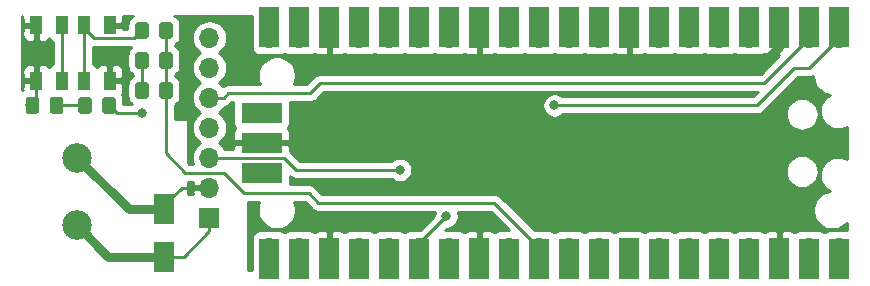
<source format=gbr>
G04 #@! TF.GenerationSoftware,KiCad,Pcbnew,(5.1.4)-1*
G04 #@! TF.CreationDate,2022-10-10T22:46:14+02:00*
G04 #@! TF.ProjectId,PiPico_BCU_Connector,50695069-636f-45f4-9243-555f436f6e6e,V00.04*
G04 #@! TF.SameCoordinates,Original*
G04 #@! TF.FileFunction,Copper,L1,Top*
G04 #@! TF.FilePolarity,Positive*
%FSLAX46Y46*%
G04 Gerber Fmt 4.6, Leading zero omitted, Abs format (unit mm)*
G04 Created by KiCad (PCBNEW (5.1.4)-1) date 2022-10-10 22:46:14*
%MOMM*%
%LPD*%
G04 APERTURE LIST*
%ADD10O,1.700000X1.700000*%
%ADD11R,3.500000X1.700000*%
%ADD12R,1.700000X1.700000*%
%ADD13R,1.700000X3.500000*%
%ADD14C,0.100000*%
%ADD15C,1.150000*%
%ADD16R,1.050000X1.600000*%
%ADD17C,2.500000*%
%ADD18R,1.800000X2.500000*%
%ADD19C,0.800000*%
%ADD20C,0.250000*%
%ADD21C,0.800000*%
%ADD22C,0.254000*%
G04 APERTURE END LIST*
D10*
X161520000Y-83820000D03*
D11*
X160620000Y-83820000D03*
D12*
X161520000Y-81280000D03*
D11*
X160620000Y-81280000D03*
D10*
X161520000Y-78740000D03*
D11*
X160620000Y-78740000D03*
D13*
X161290000Y-91070000D03*
X163830000Y-91070000D03*
X166370000Y-91070000D03*
X168910000Y-91070000D03*
X171450000Y-91070000D03*
X173990000Y-91070000D03*
X176530000Y-91070000D03*
X179070000Y-91070000D03*
X181610000Y-91070000D03*
X184150000Y-91070000D03*
X186690000Y-91070000D03*
X189230000Y-91070000D03*
X191770000Y-91070000D03*
X194310000Y-91070000D03*
X196850000Y-91070000D03*
X199390000Y-91070000D03*
X201930000Y-91070000D03*
X204470000Y-91070000D03*
X207010000Y-91070000D03*
X209550000Y-91070000D03*
X161290000Y-71490000D03*
X163830000Y-71490000D03*
X166370000Y-71490000D03*
X168910000Y-71490000D03*
X171450000Y-71490000D03*
X173990000Y-71490000D03*
X176530000Y-71490000D03*
X179070000Y-71490000D03*
X181610000Y-71490000D03*
X184150000Y-71490000D03*
X186690000Y-71490000D03*
X189230000Y-71490000D03*
X191770000Y-71490000D03*
X194310000Y-71490000D03*
X196850000Y-71490000D03*
X199390000Y-71490000D03*
X201930000Y-71490000D03*
X204470000Y-71490000D03*
X207010000Y-71490000D03*
X209550000Y-71490000D03*
D10*
X209550000Y-90170000D03*
X207010000Y-90170000D03*
D12*
X204470000Y-90170000D03*
D10*
X201930000Y-90170000D03*
X199390000Y-90170000D03*
X196850000Y-90170000D03*
X194310000Y-90170000D03*
D12*
X191770000Y-90170000D03*
D10*
X189230000Y-90170000D03*
X186690000Y-90170000D03*
X184150000Y-90170000D03*
X181610000Y-90170000D03*
D12*
X179070000Y-90170000D03*
D10*
X176530000Y-90170000D03*
X173990000Y-90170000D03*
X171450000Y-90170000D03*
X168910000Y-90170000D03*
D12*
X166370000Y-90170000D03*
D10*
X163830000Y-90170000D03*
X161290000Y-90170000D03*
X161290000Y-72390000D03*
X163830000Y-72390000D03*
D12*
X166370000Y-72390000D03*
D10*
X168910000Y-72390000D03*
X171450000Y-72390000D03*
X173990000Y-72390000D03*
X176530000Y-72390000D03*
D12*
X179070000Y-72390000D03*
D10*
X181610000Y-72390000D03*
X184150000Y-72390000D03*
X186690000Y-72390000D03*
X189230000Y-72390000D03*
D12*
X191770000Y-72390000D03*
D10*
X194310000Y-72390000D03*
X196850000Y-72390000D03*
X199390000Y-72390000D03*
X201930000Y-72390000D03*
D12*
X204470000Y-72390000D03*
D10*
X207010000Y-72390000D03*
X209550000Y-72390000D03*
D14*
G36*
X143614505Y-77406204D02*
G01*
X143638773Y-77409804D01*
X143662572Y-77415765D01*
X143685671Y-77424030D01*
X143707850Y-77434520D01*
X143728893Y-77447132D01*
X143748599Y-77461747D01*
X143766777Y-77478223D01*
X143783253Y-77496401D01*
X143797868Y-77516107D01*
X143810480Y-77537150D01*
X143820970Y-77559329D01*
X143829235Y-77582428D01*
X143835196Y-77606227D01*
X143838796Y-77630495D01*
X143840000Y-77654999D01*
X143840000Y-78555001D01*
X143838796Y-78579505D01*
X143835196Y-78603773D01*
X143829235Y-78627572D01*
X143820970Y-78650671D01*
X143810480Y-78672850D01*
X143797868Y-78693893D01*
X143783253Y-78713599D01*
X143766777Y-78731777D01*
X143748599Y-78748253D01*
X143728893Y-78762868D01*
X143707850Y-78775480D01*
X143685671Y-78785970D01*
X143662572Y-78794235D01*
X143638773Y-78800196D01*
X143614505Y-78803796D01*
X143590001Y-78805000D01*
X142939999Y-78805000D01*
X142915495Y-78803796D01*
X142891227Y-78800196D01*
X142867428Y-78794235D01*
X142844329Y-78785970D01*
X142822150Y-78775480D01*
X142801107Y-78762868D01*
X142781401Y-78748253D01*
X142763223Y-78731777D01*
X142746747Y-78713599D01*
X142732132Y-78693893D01*
X142719520Y-78672850D01*
X142709030Y-78650671D01*
X142700765Y-78627572D01*
X142694804Y-78603773D01*
X142691204Y-78579505D01*
X142690000Y-78555001D01*
X142690000Y-77654999D01*
X142691204Y-77630495D01*
X142694804Y-77606227D01*
X142700765Y-77582428D01*
X142709030Y-77559329D01*
X142719520Y-77537150D01*
X142732132Y-77516107D01*
X142746747Y-77496401D01*
X142763223Y-77478223D01*
X142781401Y-77461747D01*
X142801107Y-77447132D01*
X142822150Y-77434520D01*
X142844329Y-77424030D01*
X142867428Y-77415765D01*
X142891227Y-77409804D01*
X142915495Y-77406204D01*
X142939999Y-77405000D01*
X143590001Y-77405000D01*
X143614505Y-77406204D01*
X143614505Y-77406204D01*
G37*
D15*
X143265000Y-78105000D03*
D14*
G36*
X141564505Y-77406204D02*
G01*
X141588773Y-77409804D01*
X141612572Y-77415765D01*
X141635671Y-77424030D01*
X141657850Y-77434520D01*
X141678893Y-77447132D01*
X141698599Y-77461747D01*
X141716777Y-77478223D01*
X141733253Y-77496401D01*
X141747868Y-77516107D01*
X141760480Y-77537150D01*
X141770970Y-77559329D01*
X141779235Y-77582428D01*
X141785196Y-77606227D01*
X141788796Y-77630495D01*
X141790000Y-77654999D01*
X141790000Y-78555001D01*
X141788796Y-78579505D01*
X141785196Y-78603773D01*
X141779235Y-78627572D01*
X141770970Y-78650671D01*
X141760480Y-78672850D01*
X141747868Y-78693893D01*
X141733253Y-78713599D01*
X141716777Y-78731777D01*
X141698599Y-78748253D01*
X141678893Y-78762868D01*
X141657850Y-78775480D01*
X141635671Y-78785970D01*
X141612572Y-78794235D01*
X141588773Y-78800196D01*
X141564505Y-78803796D01*
X141540001Y-78805000D01*
X140889999Y-78805000D01*
X140865495Y-78803796D01*
X140841227Y-78800196D01*
X140817428Y-78794235D01*
X140794329Y-78785970D01*
X140772150Y-78775480D01*
X140751107Y-78762868D01*
X140731401Y-78748253D01*
X140713223Y-78731777D01*
X140696747Y-78713599D01*
X140682132Y-78693893D01*
X140669520Y-78672850D01*
X140659030Y-78650671D01*
X140650765Y-78627572D01*
X140644804Y-78603773D01*
X140641204Y-78579505D01*
X140640000Y-78555001D01*
X140640000Y-77654999D01*
X140641204Y-77630495D01*
X140644804Y-77606227D01*
X140650765Y-77582428D01*
X140659030Y-77559329D01*
X140669520Y-77537150D01*
X140682132Y-77516107D01*
X140696747Y-77496401D01*
X140713223Y-77478223D01*
X140731401Y-77461747D01*
X140751107Y-77447132D01*
X140772150Y-77434520D01*
X140794329Y-77424030D01*
X140817428Y-77415765D01*
X140841227Y-77409804D01*
X140865495Y-77406204D01*
X140889999Y-77405000D01*
X141540001Y-77405000D01*
X141564505Y-77406204D01*
X141564505Y-77406204D01*
G37*
D15*
X141215000Y-78105000D03*
D14*
G36*
X148059505Y-77406204D02*
G01*
X148083773Y-77409804D01*
X148107572Y-77415765D01*
X148130671Y-77424030D01*
X148152850Y-77434520D01*
X148173893Y-77447132D01*
X148193599Y-77461747D01*
X148211777Y-77478223D01*
X148228253Y-77496401D01*
X148242868Y-77516107D01*
X148255480Y-77537150D01*
X148265970Y-77559329D01*
X148274235Y-77582428D01*
X148280196Y-77606227D01*
X148283796Y-77630495D01*
X148285000Y-77654999D01*
X148285000Y-78555001D01*
X148283796Y-78579505D01*
X148280196Y-78603773D01*
X148274235Y-78627572D01*
X148265970Y-78650671D01*
X148255480Y-78672850D01*
X148242868Y-78693893D01*
X148228253Y-78713599D01*
X148211777Y-78731777D01*
X148193599Y-78748253D01*
X148173893Y-78762868D01*
X148152850Y-78775480D01*
X148130671Y-78785970D01*
X148107572Y-78794235D01*
X148083773Y-78800196D01*
X148059505Y-78803796D01*
X148035001Y-78805000D01*
X147384999Y-78805000D01*
X147360495Y-78803796D01*
X147336227Y-78800196D01*
X147312428Y-78794235D01*
X147289329Y-78785970D01*
X147267150Y-78775480D01*
X147246107Y-78762868D01*
X147226401Y-78748253D01*
X147208223Y-78731777D01*
X147191747Y-78713599D01*
X147177132Y-78693893D01*
X147164520Y-78672850D01*
X147154030Y-78650671D01*
X147145765Y-78627572D01*
X147139804Y-78603773D01*
X147136204Y-78579505D01*
X147135000Y-78555001D01*
X147135000Y-77654999D01*
X147136204Y-77630495D01*
X147139804Y-77606227D01*
X147145765Y-77582428D01*
X147154030Y-77559329D01*
X147164520Y-77537150D01*
X147177132Y-77516107D01*
X147191747Y-77496401D01*
X147208223Y-77478223D01*
X147226401Y-77461747D01*
X147246107Y-77447132D01*
X147267150Y-77434520D01*
X147289329Y-77424030D01*
X147312428Y-77415765D01*
X147336227Y-77409804D01*
X147360495Y-77406204D01*
X147384999Y-77405000D01*
X148035001Y-77405000D01*
X148059505Y-77406204D01*
X148059505Y-77406204D01*
G37*
D15*
X147710000Y-78105000D03*
D14*
G36*
X146009505Y-77406204D02*
G01*
X146033773Y-77409804D01*
X146057572Y-77415765D01*
X146080671Y-77424030D01*
X146102850Y-77434520D01*
X146123893Y-77447132D01*
X146143599Y-77461747D01*
X146161777Y-77478223D01*
X146178253Y-77496401D01*
X146192868Y-77516107D01*
X146205480Y-77537150D01*
X146215970Y-77559329D01*
X146224235Y-77582428D01*
X146230196Y-77606227D01*
X146233796Y-77630495D01*
X146235000Y-77654999D01*
X146235000Y-78555001D01*
X146233796Y-78579505D01*
X146230196Y-78603773D01*
X146224235Y-78627572D01*
X146215970Y-78650671D01*
X146205480Y-78672850D01*
X146192868Y-78693893D01*
X146178253Y-78713599D01*
X146161777Y-78731777D01*
X146143599Y-78748253D01*
X146123893Y-78762868D01*
X146102850Y-78775480D01*
X146080671Y-78785970D01*
X146057572Y-78794235D01*
X146033773Y-78800196D01*
X146009505Y-78803796D01*
X145985001Y-78805000D01*
X145334999Y-78805000D01*
X145310495Y-78803796D01*
X145286227Y-78800196D01*
X145262428Y-78794235D01*
X145239329Y-78785970D01*
X145217150Y-78775480D01*
X145196107Y-78762868D01*
X145176401Y-78748253D01*
X145158223Y-78731777D01*
X145141747Y-78713599D01*
X145127132Y-78693893D01*
X145114520Y-78672850D01*
X145104030Y-78650671D01*
X145095765Y-78627572D01*
X145089804Y-78603773D01*
X145086204Y-78579505D01*
X145085000Y-78555001D01*
X145085000Y-77654999D01*
X145086204Y-77630495D01*
X145089804Y-77606227D01*
X145095765Y-77582428D01*
X145104030Y-77559329D01*
X145114520Y-77537150D01*
X145127132Y-77516107D01*
X145141747Y-77496401D01*
X145158223Y-77478223D01*
X145176401Y-77461747D01*
X145196107Y-77447132D01*
X145217150Y-77434520D01*
X145239329Y-77424030D01*
X145262428Y-77415765D01*
X145286227Y-77409804D01*
X145310495Y-77406204D01*
X145334999Y-77405000D01*
X145985001Y-77405000D01*
X146009505Y-77406204D01*
X146009505Y-77406204D01*
G37*
D15*
X145660000Y-78105000D03*
D16*
X147760000Y-76010000D03*
X145610000Y-76010000D03*
X147760000Y-71310000D03*
X145610000Y-71310000D03*
D14*
G36*
X152885505Y-71056204D02*
G01*
X152909773Y-71059804D01*
X152933572Y-71065765D01*
X152956671Y-71074030D01*
X152978850Y-71084520D01*
X152999893Y-71097132D01*
X153019599Y-71111747D01*
X153037777Y-71128223D01*
X153054253Y-71146401D01*
X153068868Y-71166107D01*
X153081480Y-71187150D01*
X153091970Y-71209329D01*
X153100235Y-71232428D01*
X153106196Y-71256227D01*
X153109796Y-71280495D01*
X153111000Y-71304999D01*
X153111000Y-72205001D01*
X153109796Y-72229505D01*
X153106196Y-72253773D01*
X153100235Y-72277572D01*
X153091970Y-72300671D01*
X153081480Y-72322850D01*
X153068868Y-72343893D01*
X153054253Y-72363599D01*
X153037777Y-72381777D01*
X153019599Y-72398253D01*
X152999893Y-72412868D01*
X152978850Y-72425480D01*
X152956671Y-72435970D01*
X152933572Y-72444235D01*
X152909773Y-72450196D01*
X152885505Y-72453796D01*
X152861001Y-72455000D01*
X152210999Y-72455000D01*
X152186495Y-72453796D01*
X152162227Y-72450196D01*
X152138428Y-72444235D01*
X152115329Y-72435970D01*
X152093150Y-72425480D01*
X152072107Y-72412868D01*
X152052401Y-72398253D01*
X152034223Y-72381777D01*
X152017747Y-72363599D01*
X152003132Y-72343893D01*
X151990520Y-72322850D01*
X151980030Y-72300671D01*
X151971765Y-72277572D01*
X151965804Y-72253773D01*
X151962204Y-72229505D01*
X151961000Y-72205001D01*
X151961000Y-71304999D01*
X151962204Y-71280495D01*
X151965804Y-71256227D01*
X151971765Y-71232428D01*
X151980030Y-71209329D01*
X151990520Y-71187150D01*
X152003132Y-71166107D01*
X152017747Y-71146401D01*
X152034223Y-71128223D01*
X152052401Y-71111747D01*
X152072107Y-71097132D01*
X152093150Y-71084520D01*
X152115329Y-71074030D01*
X152138428Y-71065765D01*
X152162227Y-71059804D01*
X152186495Y-71056204D01*
X152210999Y-71055000D01*
X152861001Y-71055000D01*
X152885505Y-71056204D01*
X152885505Y-71056204D01*
G37*
D15*
X152536000Y-71755000D03*
D14*
G36*
X150835505Y-71056204D02*
G01*
X150859773Y-71059804D01*
X150883572Y-71065765D01*
X150906671Y-71074030D01*
X150928850Y-71084520D01*
X150949893Y-71097132D01*
X150969599Y-71111747D01*
X150987777Y-71128223D01*
X151004253Y-71146401D01*
X151018868Y-71166107D01*
X151031480Y-71187150D01*
X151041970Y-71209329D01*
X151050235Y-71232428D01*
X151056196Y-71256227D01*
X151059796Y-71280495D01*
X151061000Y-71304999D01*
X151061000Y-72205001D01*
X151059796Y-72229505D01*
X151056196Y-72253773D01*
X151050235Y-72277572D01*
X151041970Y-72300671D01*
X151031480Y-72322850D01*
X151018868Y-72343893D01*
X151004253Y-72363599D01*
X150987777Y-72381777D01*
X150969599Y-72398253D01*
X150949893Y-72412868D01*
X150928850Y-72425480D01*
X150906671Y-72435970D01*
X150883572Y-72444235D01*
X150859773Y-72450196D01*
X150835505Y-72453796D01*
X150811001Y-72455000D01*
X150160999Y-72455000D01*
X150136495Y-72453796D01*
X150112227Y-72450196D01*
X150088428Y-72444235D01*
X150065329Y-72435970D01*
X150043150Y-72425480D01*
X150022107Y-72412868D01*
X150002401Y-72398253D01*
X149984223Y-72381777D01*
X149967747Y-72363599D01*
X149953132Y-72343893D01*
X149940520Y-72322850D01*
X149930030Y-72300671D01*
X149921765Y-72277572D01*
X149915804Y-72253773D01*
X149912204Y-72229505D01*
X149911000Y-72205001D01*
X149911000Y-71304999D01*
X149912204Y-71280495D01*
X149915804Y-71256227D01*
X149921765Y-71232428D01*
X149930030Y-71209329D01*
X149940520Y-71187150D01*
X149953132Y-71166107D01*
X149967747Y-71146401D01*
X149984223Y-71128223D01*
X150002401Y-71111747D01*
X150022107Y-71097132D01*
X150043150Y-71084520D01*
X150065329Y-71074030D01*
X150088428Y-71065765D01*
X150112227Y-71059804D01*
X150136495Y-71056204D01*
X150160999Y-71055000D01*
X150811001Y-71055000D01*
X150835505Y-71056204D01*
X150835505Y-71056204D01*
G37*
D15*
X150486000Y-71755000D03*
D14*
G36*
X152885505Y-76136204D02*
G01*
X152909773Y-76139804D01*
X152933572Y-76145765D01*
X152956671Y-76154030D01*
X152978850Y-76164520D01*
X152999893Y-76177132D01*
X153019599Y-76191747D01*
X153037777Y-76208223D01*
X153054253Y-76226401D01*
X153068868Y-76246107D01*
X153081480Y-76267150D01*
X153091970Y-76289329D01*
X153100235Y-76312428D01*
X153106196Y-76336227D01*
X153109796Y-76360495D01*
X153111000Y-76384999D01*
X153111000Y-77285001D01*
X153109796Y-77309505D01*
X153106196Y-77333773D01*
X153100235Y-77357572D01*
X153091970Y-77380671D01*
X153081480Y-77402850D01*
X153068868Y-77423893D01*
X153054253Y-77443599D01*
X153037777Y-77461777D01*
X153019599Y-77478253D01*
X152999893Y-77492868D01*
X152978850Y-77505480D01*
X152956671Y-77515970D01*
X152933572Y-77524235D01*
X152909773Y-77530196D01*
X152885505Y-77533796D01*
X152861001Y-77535000D01*
X152210999Y-77535000D01*
X152186495Y-77533796D01*
X152162227Y-77530196D01*
X152138428Y-77524235D01*
X152115329Y-77515970D01*
X152093150Y-77505480D01*
X152072107Y-77492868D01*
X152052401Y-77478253D01*
X152034223Y-77461777D01*
X152017747Y-77443599D01*
X152003132Y-77423893D01*
X151990520Y-77402850D01*
X151980030Y-77380671D01*
X151971765Y-77357572D01*
X151965804Y-77333773D01*
X151962204Y-77309505D01*
X151961000Y-77285001D01*
X151961000Y-76384999D01*
X151962204Y-76360495D01*
X151965804Y-76336227D01*
X151971765Y-76312428D01*
X151980030Y-76289329D01*
X151990520Y-76267150D01*
X152003132Y-76246107D01*
X152017747Y-76226401D01*
X152034223Y-76208223D01*
X152052401Y-76191747D01*
X152072107Y-76177132D01*
X152093150Y-76164520D01*
X152115329Y-76154030D01*
X152138428Y-76145765D01*
X152162227Y-76139804D01*
X152186495Y-76136204D01*
X152210999Y-76135000D01*
X152861001Y-76135000D01*
X152885505Y-76136204D01*
X152885505Y-76136204D01*
G37*
D15*
X152536000Y-76835000D03*
D14*
G36*
X150835505Y-76136204D02*
G01*
X150859773Y-76139804D01*
X150883572Y-76145765D01*
X150906671Y-76154030D01*
X150928850Y-76164520D01*
X150949893Y-76177132D01*
X150969599Y-76191747D01*
X150987777Y-76208223D01*
X151004253Y-76226401D01*
X151018868Y-76246107D01*
X151031480Y-76267150D01*
X151041970Y-76289329D01*
X151050235Y-76312428D01*
X151056196Y-76336227D01*
X151059796Y-76360495D01*
X151061000Y-76384999D01*
X151061000Y-77285001D01*
X151059796Y-77309505D01*
X151056196Y-77333773D01*
X151050235Y-77357572D01*
X151041970Y-77380671D01*
X151031480Y-77402850D01*
X151018868Y-77423893D01*
X151004253Y-77443599D01*
X150987777Y-77461777D01*
X150969599Y-77478253D01*
X150949893Y-77492868D01*
X150928850Y-77505480D01*
X150906671Y-77515970D01*
X150883572Y-77524235D01*
X150859773Y-77530196D01*
X150835505Y-77533796D01*
X150811001Y-77535000D01*
X150160999Y-77535000D01*
X150136495Y-77533796D01*
X150112227Y-77530196D01*
X150088428Y-77524235D01*
X150065329Y-77515970D01*
X150043150Y-77505480D01*
X150022107Y-77492868D01*
X150002401Y-77478253D01*
X149984223Y-77461777D01*
X149967747Y-77443599D01*
X149953132Y-77423893D01*
X149940520Y-77402850D01*
X149930030Y-77380671D01*
X149921765Y-77357572D01*
X149915804Y-77333773D01*
X149912204Y-77309505D01*
X149911000Y-77285001D01*
X149911000Y-76384999D01*
X149912204Y-76360495D01*
X149915804Y-76336227D01*
X149921765Y-76312428D01*
X149930030Y-76289329D01*
X149940520Y-76267150D01*
X149953132Y-76246107D01*
X149967747Y-76226401D01*
X149984223Y-76208223D01*
X150002401Y-76191747D01*
X150022107Y-76177132D01*
X150043150Y-76164520D01*
X150065329Y-76154030D01*
X150088428Y-76145765D01*
X150112227Y-76139804D01*
X150136495Y-76136204D01*
X150160999Y-76135000D01*
X150811001Y-76135000D01*
X150835505Y-76136204D01*
X150835505Y-76136204D01*
G37*
D15*
X150486000Y-76835000D03*
D14*
G36*
X152885505Y-73596204D02*
G01*
X152909773Y-73599804D01*
X152933572Y-73605765D01*
X152956671Y-73614030D01*
X152978850Y-73624520D01*
X152999893Y-73637132D01*
X153019599Y-73651747D01*
X153037777Y-73668223D01*
X153054253Y-73686401D01*
X153068868Y-73706107D01*
X153081480Y-73727150D01*
X153091970Y-73749329D01*
X153100235Y-73772428D01*
X153106196Y-73796227D01*
X153109796Y-73820495D01*
X153111000Y-73844999D01*
X153111000Y-74745001D01*
X153109796Y-74769505D01*
X153106196Y-74793773D01*
X153100235Y-74817572D01*
X153091970Y-74840671D01*
X153081480Y-74862850D01*
X153068868Y-74883893D01*
X153054253Y-74903599D01*
X153037777Y-74921777D01*
X153019599Y-74938253D01*
X152999893Y-74952868D01*
X152978850Y-74965480D01*
X152956671Y-74975970D01*
X152933572Y-74984235D01*
X152909773Y-74990196D01*
X152885505Y-74993796D01*
X152861001Y-74995000D01*
X152210999Y-74995000D01*
X152186495Y-74993796D01*
X152162227Y-74990196D01*
X152138428Y-74984235D01*
X152115329Y-74975970D01*
X152093150Y-74965480D01*
X152072107Y-74952868D01*
X152052401Y-74938253D01*
X152034223Y-74921777D01*
X152017747Y-74903599D01*
X152003132Y-74883893D01*
X151990520Y-74862850D01*
X151980030Y-74840671D01*
X151971765Y-74817572D01*
X151965804Y-74793773D01*
X151962204Y-74769505D01*
X151961000Y-74745001D01*
X151961000Y-73844999D01*
X151962204Y-73820495D01*
X151965804Y-73796227D01*
X151971765Y-73772428D01*
X151980030Y-73749329D01*
X151990520Y-73727150D01*
X152003132Y-73706107D01*
X152017747Y-73686401D01*
X152034223Y-73668223D01*
X152052401Y-73651747D01*
X152072107Y-73637132D01*
X152093150Y-73624520D01*
X152115329Y-73614030D01*
X152138428Y-73605765D01*
X152162227Y-73599804D01*
X152186495Y-73596204D01*
X152210999Y-73595000D01*
X152861001Y-73595000D01*
X152885505Y-73596204D01*
X152885505Y-73596204D01*
G37*
D15*
X152536000Y-74295000D03*
D14*
G36*
X150835505Y-73596204D02*
G01*
X150859773Y-73599804D01*
X150883572Y-73605765D01*
X150906671Y-73614030D01*
X150928850Y-73624520D01*
X150949893Y-73637132D01*
X150969599Y-73651747D01*
X150987777Y-73668223D01*
X151004253Y-73686401D01*
X151018868Y-73706107D01*
X151031480Y-73727150D01*
X151041970Y-73749329D01*
X151050235Y-73772428D01*
X151056196Y-73796227D01*
X151059796Y-73820495D01*
X151061000Y-73844999D01*
X151061000Y-74745001D01*
X151059796Y-74769505D01*
X151056196Y-74793773D01*
X151050235Y-74817572D01*
X151041970Y-74840671D01*
X151031480Y-74862850D01*
X151018868Y-74883893D01*
X151004253Y-74903599D01*
X150987777Y-74921777D01*
X150969599Y-74938253D01*
X150949893Y-74952868D01*
X150928850Y-74965480D01*
X150906671Y-74975970D01*
X150883572Y-74984235D01*
X150859773Y-74990196D01*
X150835505Y-74993796D01*
X150811001Y-74995000D01*
X150160999Y-74995000D01*
X150136495Y-74993796D01*
X150112227Y-74990196D01*
X150088428Y-74984235D01*
X150065329Y-74975970D01*
X150043150Y-74965480D01*
X150022107Y-74952868D01*
X150002401Y-74938253D01*
X149984223Y-74921777D01*
X149967747Y-74903599D01*
X149953132Y-74883893D01*
X149940520Y-74862850D01*
X149930030Y-74840671D01*
X149921765Y-74817572D01*
X149915804Y-74793773D01*
X149912204Y-74769505D01*
X149911000Y-74745001D01*
X149911000Y-73844999D01*
X149912204Y-73820495D01*
X149915804Y-73796227D01*
X149921765Y-73772428D01*
X149930030Y-73749329D01*
X149940520Y-73727150D01*
X149953132Y-73706107D01*
X149967747Y-73686401D01*
X149984223Y-73668223D01*
X150002401Y-73651747D01*
X150022107Y-73637132D01*
X150043150Y-73624520D01*
X150065329Y-73614030D01*
X150088428Y-73605765D01*
X150112227Y-73599804D01*
X150136495Y-73596204D01*
X150160999Y-73595000D01*
X150811001Y-73595000D01*
X150835505Y-73596204D01*
X150835505Y-73596204D01*
G37*
D15*
X150486000Y-74295000D03*
D10*
X156210000Y-72390000D03*
X156210000Y-74930000D03*
X156210000Y-77470000D03*
X156210000Y-80010000D03*
X156210000Y-82550000D03*
X156210000Y-85090000D03*
D12*
X156210000Y-87630000D03*
D16*
X141546000Y-71310000D03*
X143696000Y-71310000D03*
X141546000Y-76010000D03*
X143696000Y-76010000D03*
D17*
X145015000Y-82525000D03*
X145015000Y-88275000D03*
D18*
X152400000Y-90900000D03*
X152400000Y-86900000D03*
D19*
X172339000Y-83566000D03*
X176276000Y-87503000D03*
X185420000Y-78105000D03*
X147701000Y-71247000D03*
X141986000Y-73660000D03*
X147320000Y-73660000D03*
X197010000Y-81320000D03*
X201810000Y-81510000D03*
X196610000Y-87240000D03*
X202080000Y-87310000D03*
X198950000Y-74530000D03*
X164790000Y-79780000D03*
X168190000Y-79820000D03*
X175340000Y-80030000D03*
X183780000Y-81210000D03*
X183360000Y-85680000D03*
X164250000Y-87580000D03*
X171660000Y-87900000D03*
X150486000Y-74514000D03*
X150495000Y-78740000D03*
X143696000Y-76010000D03*
D20*
X162535002Y-82550000D02*
X163551002Y-83566000D01*
X156210000Y-82550000D02*
X162535002Y-82550000D01*
X163551002Y-83566000D02*
X172339000Y-83566000D01*
X172339000Y-83566000D02*
X172339000Y-83566000D01*
X173990000Y-89789000D02*
X173990000Y-90170000D01*
X176276000Y-87503000D02*
X173990000Y-89789000D01*
X203200000Y-76200000D02*
X201295000Y-76200000D01*
X207010000Y-72390000D02*
X203200000Y-76200000D01*
X185420000Y-76200000D02*
X201295000Y-76200000D01*
X201295000Y-76200000D02*
X202565000Y-76200000D01*
X157412081Y-77470000D02*
X157812081Y-77070000D01*
X156210000Y-77470000D02*
X157412081Y-77470000D01*
X157812081Y-77070000D02*
X164740000Y-77070000D01*
X165610000Y-76200000D02*
X185420000Y-76200000D01*
X164740000Y-77070000D02*
X165610000Y-76200000D01*
X209550000Y-72390000D02*
X207010000Y-74930000D01*
X207010000Y-74930000D02*
X205740000Y-74930000D01*
X202565000Y-78105000D02*
X185420000Y-78105000D01*
X205740000Y-74930000D02*
X202565000Y-78105000D01*
D21*
X152400000Y-86900000D02*
X150660000Y-86900000D01*
D20*
X152400000Y-86550000D02*
X152400000Y-86900000D01*
X153860000Y-85090000D02*
X152400000Y-86550000D01*
X156210000Y-85090000D02*
X153860000Y-85090000D01*
X141546000Y-77774000D02*
X141215000Y-78105000D01*
X141546000Y-76010000D02*
X141546000Y-77774000D01*
D21*
X149390000Y-86900000D02*
X152400000Y-86900000D01*
X145015000Y-82525000D02*
X149390000Y-86900000D01*
X204470000Y-72390000D02*
X204470000Y-73120000D01*
X203060000Y-74530000D02*
X198950000Y-74530000D01*
X204470000Y-73120000D02*
X203060000Y-74530000D01*
X152400000Y-90900000D02*
X148910000Y-90900000D01*
D20*
X153550000Y-90900000D02*
X152400000Y-90900000D01*
X154040000Y-90900000D02*
X153550000Y-90900000D01*
X156210000Y-88730000D02*
X154040000Y-90900000D01*
X156210000Y-87630000D02*
X156210000Y-88730000D01*
D21*
X147640000Y-90900000D02*
X148910000Y-90900000D01*
X145015000Y-88275000D02*
X147640000Y-90900000D01*
D20*
X150486000Y-74295000D02*
X150486000Y-74514000D01*
X150486000Y-74514000D02*
X150486000Y-76835000D01*
X145610000Y-72360000D02*
X145610000Y-76010000D01*
X145610000Y-71310000D02*
X145610000Y-72360000D01*
X149805999Y-72435001D02*
X150486000Y-71755000D01*
X146460001Y-72435001D02*
X149805999Y-72435001D01*
X145610000Y-71310000D02*
X145610000Y-71585000D01*
X145610000Y-71585000D02*
X146460001Y-72435001D01*
X143265000Y-78105000D02*
X145660000Y-78105000D01*
X148345000Y-78740000D02*
X147710000Y-78105000D01*
X150495000Y-78740000D02*
X148345000Y-78740000D01*
X143696000Y-72360000D02*
X143696000Y-76010000D01*
X143696000Y-71310000D02*
X143696000Y-72360000D01*
X143696000Y-76010000D02*
X143696000Y-76010000D01*
X152536000Y-71755000D02*
X152536000Y-76835000D01*
X180340000Y-86360000D02*
X184150000Y-90170000D01*
X165440000Y-86360000D02*
X180340000Y-86360000D01*
X152536000Y-82178000D02*
X154178000Y-83820000D01*
X152536000Y-76835000D02*
X152536000Y-82178000D01*
X154178000Y-83820000D02*
X157434998Y-83820000D01*
X159154998Y-85540000D02*
X164620000Y-85540000D01*
X157434998Y-83820000D02*
X159154998Y-85540000D01*
X164620000Y-85540000D02*
X165440000Y-86360000D01*
D22*
G36*
X160360187Y-86506836D02*
G01*
X160297849Y-86820232D01*
X160297849Y-87139768D01*
X160360187Y-87453164D01*
X160482468Y-87748377D01*
X160659993Y-88014061D01*
X160885939Y-88240007D01*
X161151623Y-88417532D01*
X161446836Y-88539813D01*
X161760232Y-88602151D01*
X162079768Y-88602151D01*
X162393164Y-88539813D01*
X162688377Y-88417532D01*
X162954061Y-88240007D01*
X163180007Y-88014061D01*
X163357532Y-87748377D01*
X163479813Y-87453164D01*
X163542151Y-87139768D01*
X163542151Y-86820232D01*
X163479813Y-86506836D01*
X163394139Y-86300000D01*
X164305199Y-86300000D01*
X164876201Y-86871002D01*
X164899999Y-86900001D01*
X164928997Y-86923799D01*
X165015723Y-86994974D01*
X165145203Y-87064183D01*
X165147753Y-87065546D01*
X165291014Y-87109003D01*
X165402667Y-87120000D01*
X165402676Y-87120000D01*
X165439999Y-87123676D01*
X165477322Y-87120000D01*
X175314368Y-87120000D01*
X175280774Y-87201102D01*
X175241000Y-87401061D01*
X175241000Y-87463198D01*
X174022271Y-88681928D01*
X173140000Y-88681928D01*
X173015518Y-88694188D01*
X172895820Y-88730498D01*
X172785506Y-88789463D01*
X172720000Y-88843222D01*
X172654494Y-88789463D01*
X172544180Y-88730498D01*
X172424482Y-88694188D01*
X172300000Y-88681928D01*
X170600000Y-88681928D01*
X170475518Y-88694188D01*
X170355820Y-88730498D01*
X170245506Y-88789463D01*
X170180000Y-88843222D01*
X170114494Y-88789463D01*
X170004180Y-88730498D01*
X169884482Y-88694188D01*
X169760000Y-88681928D01*
X168060000Y-88681928D01*
X167935518Y-88694188D01*
X167815820Y-88730498D01*
X167705506Y-88789463D01*
X167640000Y-88843222D01*
X167574494Y-88789463D01*
X167464180Y-88730498D01*
X167344482Y-88694188D01*
X167220000Y-88681928D01*
X166655750Y-88685000D01*
X166497000Y-88843750D01*
X166497000Y-91217000D01*
X166243000Y-91217000D01*
X166243000Y-88843750D01*
X166084250Y-88685000D01*
X165520000Y-88681928D01*
X165395518Y-88694188D01*
X165275820Y-88730498D01*
X165165506Y-88789463D01*
X165100000Y-88843222D01*
X165034494Y-88789463D01*
X164924180Y-88730498D01*
X164804482Y-88694188D01*
X164680000Y-88681928D01*
X162980000Y-88681928D01*
X162855518Y-88694188D01*
X162735820Y-88730498D01*
X162625506Y-88789463D01*
X162560000Y-88843222D01*
X162494494Y-88789463D01*
X162384180Y-88730498D01*
X162264482Y-88694188D01*
X162140000Y-88681928D01*
X160440000Y-88681928D01*
X160315518Y-88694188D01*
X160195820Y-88730498D01*
X160085506Y-88789463D01*
X159988815Y-88868815D01*
X159909463Y-88965506D01*
X159850498Y-89075820D01*
X159814188Y-89195518D01*
X159801928Y-89320000D01*
X159801928Y-90128240D01*
X159797815Y-90170000D01*
X159801928Y-90211760D01*
X159801928Y-92050000D01*
X159512000Y-92050000D01*
X159512000Y-86300000D01*
X160445861Y-86300000D01*
X160360187Y-86506836D01*
X160360187Y-86506836D01*
G37*
X160360187Y-86506836D02*
X160297849Y-86820232D01*
X160297849Y-87139768D01*
X160360187Y-87453164D01*
X160482468Y-87748377D01*
X160659993Y-88014061D01*
X160885939Y-88240007D01*
X161151623Y-88417532D01*
X161446836Y-88539813D01*
X161760232Y-88602151D01*
X162079768Y-88602151D01*
X162393164Y-88539813D01*
X162688377Y-88417532D01*
X162954061Y-88240007D01*
X163180007Y-88014061D01*
X163357532Y-87748377D01*
X163479813Y-87453164D01*
X163542151Y-87139768D01*
X163542151Y-86820232D01*
X163479813Y-86506836D01*
X163394139Y-86300000D01*
X164305199Y-86300000D01*
X164876201Y-86871002D01*
X164899999Y-86900001D01*
X164928997Y-86923799D01*
X165015723Y-86994974D01*
X165145203Y-87064183D01*
X165147753Y-87065546D01*
X165291014Y-87109003D01*
X165402667Y-87120000D01*
X165402676Y-87120000D01*
X165439999Y-87123676D01*
X165477322Y-87120000D01*
X175314368Y-87120000D01*
X175280774Y-87201102D01*
X175241000Y-87401061D01*
X175241000Y-87463198D01*
X174022271Y-88681928D01*
X173140000Y-88681928D01*
X173015518Y-88694188D01*
X172895820Y-88730498D01*
X172785506Y-88789463D01*
X172720000Y-88843222D01*
X172654494Y-88789463D01*
X172544180Y-88730498D01*
X172424482Y-88694188D01*
X172300000Y-88681928D01*
X170600000Y-88681928D01*
X170475518Y-88694188D01*
X170355820Y-88730498D01*
X170245506Y-88789463D01*
X170180000Y-88843222D01*
X170114494Y-88789463D01*
X170004180Y-88730498D01*
X169884482Y-88694188D01*
X169760000Y-88681928D01*
X168060000Y-88681928D01*
X167935518Y-88694188D01*
X167815820Y-88730498D01*
X167705506Y-88789463D01*
X167640000Y-88843222D01*
X167574494Y-88789463D01*
X167464180Y-88730498D01*
X167344482Y-88694188D01*
X167220000Y-88681928D01*
X166655750Y-88685000D01*
X166497000Y-88843750D01*
X166497000Y-91217000D01*
X166243000Y-91217000D01*
X166243000Y-88843750D01*
X166084250Y-88685000D01*
X165520000Y-88681928D01*
X165395518Y-88694188D01*
X165275820Y-88730498D01*
X165165506Y-88789463D01*
X165100000Y-88843222D01*
X165034494Y-88789463D01*
X164924180Y-88730498D01*
X164804482Y-88694188D01*
X164680000Y-88681928D01*
X162980000Y-88681928D01*
X162855518Y-88694188D01*
X162735820Y-88730498D01*
X162625506Y-88789463D01*
X162560000Y-88843222D01*
X162494494Y-88789463D01*
X162384180Y-88730498D01*
X162264482Y-88694188D01*
X162140000Y-88681928D01*
X160440000Y-88681928D01*
X160315518Y-88694188D01*
X160195820Y-88730498D01*
X160085506Y-88789463D01*
X159988815Y-88868815D01*
X159909463Y-88965506D01*
X159850498Y-89075820D01*
X159814188Y-89195518D01*
X159801928Y-89320000D01*
X159801928Y-90128240D01*
X159797815Y-90170000D01*
X159801928Y-90211760D01*
X159801928Y-92050000D01*
X159512000Y-92050000D01*
X159512000Y-86300000D01*
X160445861Y-86300000D01*
X160360187Y-86506836D01*
G36*
X181587127Y-88681928D02*
G01*
X180760000Y-88681928D01*
X180635518Y-88694188D01*
X180515820Y-88730498D01*
X180405506Y-88789463D01*
X180340000Y-88843222D01*
X180274494Y-88789463D01*
X180164180Y-88730498D01*
X180044482Y-88694188D01*
X179920000Y-88681928D01*
X179355750Y-88685000D01*
X179197000Y-88843750D01*
X179197000Y-91217000D01*
X178943000Y-91217000D01*
X178943000Y-88843750D01*
X178784250Y-88685000D01*
X178220000Y-88681928D01*
X178095518Y-88694188D01*
X177975820Y-88730498D01*
X177865506Y-88789463D01*
X177800000Y-88843222D01*
X177734494Y-88789463D01*
X177624180Y-88730498D01*
X177504482Y-88694188D01*
X177380000Y-88681928D01*
X176171874Y-88681928D01*
X176315802Y-88538000D01*
X176377939Y-88538000D01*
X176577898Y-88498226D01*
X176766256Y-88420205D01*
X176935774Y-88306937D01*
X177079937Y-88162774D01*
X177193205Y-87993256D01*
X177271226Y-87804898D01*
X177311000Y-87604939D01*
X177311000Y-87401061D01*
X177271226Y-87201102D01*
X177237632Y-87120000D01*
X180025199Y-87120000D01*
X181587127Y-88681928D01*
X181587127Y-88681928D01*
G37*
X181587127Y-88681928D02*
X180760000Y-88681928D01*
X180635518Y-88694188D01*
X180515820Y-88730498D01*
X180405506Y-88789463D01*
X180340000Y-88843222D01*
X180274494Y-88789463D01*
X180164180Y-88730498D01*
X180044482Y-88694188D01*
X179920000Y-88681928D01*
X179355750Y-88685000D01*
X179197000Y-88843750D01*
X179197000Y-91217000D01*
X178943000Y-91217000D01*
X178943000Y-88843750D01*
X178784250Y-88685000D01*
X178220000Y-88681928D01*
X178095518Y-88694188D01*
X177975820Y-88730498D01*
X177865506Y-88789463D01*
X177800000Y-88843222D01*
X177734494Y-88789463D01*
X177624180Y-88730498D01*
X177504482Y-88694188D01*
X177380000Y-88681928D01*
X176171874Y-88681928D01*
X176315802Y-88538000D01*
X176377939Y-88538000D01*
X176577898Y-88498226D01*
X176766256Y-88420205D01*
X176935774Y-88306937D01*
X177079937Y-88162774D01*
X177193205Y-87993256D01*
X177271226Y-87804898D01*
X177311000Y-87604939D01*
X177311000Y-87401061D01*
X177271226Y-87201102D01*
X177237632Y-87120000D01*
X180025199Y-87120000D01*
X181587127Y-88681928D01*
G36*
X207297849Y-75739768D02*
G01*
X207360187Y-76053164D01*
X207482468Y-76348377D01*
X207659993Y-76614061D01*
X207885939Y-76840007D01*
X208151623Y-77017532D01*
X208446836Y-77139813D01*
X208712489Y-77192654D01*
X208563073Y-77272519D01*
X208329339Y-77464339D01*
X208137519Y-77698073D01*
X207994983Y-77964739D01*
X207907210Y-78254087D01*
X207877573Y-78555000D01*
X207907210Y-78855913D01*
X207994983Y-79145261D01*
X208137519Y-79411927D01*
X208329339Y-79645661D01*
X208563073Y-79837481D01*
X208829739Y-79980017D01*
X209119087Y-80067790D01*
X209344592Y-80090000D01*
X209495408Y-80090000D01*
X209720913Y-80067790D01*
X210010261Y-79980017D01*
X210160001Y-79899980D01*
X210160000Y-82660020D01*
X210010261Y-82579983D01*
X209720913Y-82492210D01*
X209495408Y-82470000D01*
X209344592Y-82470000D01*
X209119087Y-82492210D01*
X208829739Y-82579983D01*
X208563073Y-82722519D01*
X208329339Y-82914339D01*
X208137519Y-83148073D01*
X207994983Y-83414739D01*
X207907210Y-83704087D01*
X207877573Y-84005000D01*
X207907210Y-84305913D01*
X207994983Y-84595261D01*
X208137519Y-84861927D01*
X208329339Y-85095661D01*
X208563073Y-85287481D01*
X208712489Y-85367346D01*
X208446836Y-85420187D01*
X208151623Y-85542468D01*
X207885939Y-85719993D01*
X207659993Y-85945939D01*
X207482468Y-86211623D01*
X207360187Y-86506836D01*
X207297849Y-86820232D01*
X207297849Y-87139768D01*
X207360187Y-87453164D01*
X207482468Y-87748377D01*
X207659993Y-88014061D01*
X207885939Y-88240007D01*
X208151623Y-88417532D01*
X208446836Y-88539813D01*
X208760232Y-88602151D01*
X209079768Y-88602151D01*
X209393164Y-88539813D01*
X209688377Y-88417532D01*
X209954061Y-88240007D01*
X210160000Y-88034068D01*
X210160000Y-88681928D01*
X208700000Y-88681928D01*
X208575518Y-88694188D01*
X208455820Y-88730498D01*
X208345506Y-88789463D01*
X208280000Y-88843222D01*
X208214494Y-88789463D01*
X208104180Y-88730498D01*
X207984482Y-88694188D01*
X207860000Y-88681928D01*
X206160000Y-88681928D01*
X206035518Y-88694188D01*
X205915820Y-88730498D01*
X205805506Y-88789463D01*
X205740000Y-88843222D01*
X205674494Y-88789463D01*
X205564180Y-88730498D01*
X205444482Y-88694188D01*
X205320000Y-88681928D01*
X204755750Y-88685000D01*
X204597000Y-88843750D01*
X204597000Y-91217000D01*
X204343000Y-91217000D01*
X204343000Y-88843750D01*
X204184250Y-88685000D01*
X203620000Y-88681928D01*
X203495518Y-88694188D01*
X203375820Y-88730498D01*
X203265506Y-88789463D01*
X203200000Y-88843222D01*
X203134494Y-88789463D01*
X203024180Y-88730498D01*
X202904482Y-88694188D01*
X202780000Y-88681928D01*
X201080000Y-88681928D01*
X200955518Y-88694188D01*
X200835820Y-88730498D01*
X200725506Y-88789463D01*
X200660000Y-88843222D01*
X200594494Y-88789463D01*
X200484180Y-88730498D01*
X200364482Y-88694188D01*
X200240000Y-88681928D01*
X198540000Y-88681928D01*
X198415518Y-88694188D01*
X198295820Y-88730498D01*
X198185506Y-88789463D01*
X198120000Y-88843222D01*
X198054494Y-88789463D01*
X197944180Y-88730498D01*
X197824482Y-88694188D01*
X197700000Y-88681928D01*
X196000000Y-88681928D01*
X195875518Y-88694188D01*
X195755820Y-88730498D01*
X195645506Y-88789463D01*
X195580000Y-88843222D01*
X195514494Y-88789463D01*
X195404180Y-88730498D01*
X195284482Y-88694188D01*
X195160000Y-88681928D01*
X193460000Y-88681928D01*
X193335518Y-88694188D01*
X193215820Y-88730498D01*
X193105506Y-88789463D01*
X193040000Y-88843222D01*
X192974494Y-88789463D01*
X192864180Y-88730498D01*
X192744482Y-88694188D01*
X192620000Y-88681928D01*
X190920000Y-88681928D01*
X190795518Y-88694188D01*
X190675820Y-88730498D01*
X190565506Y-88789463D01*
X190500000Y-88843222D01*
X190434494Y-88789463D01*
X190324180Y-88730498D01*
X190204482Y-88694188D01*
X190080000Y-88681928D01*
X188380000Y-88681928D01*
X188255518Y-88694188D01*
X188135820Y-88730498D01*
X188025506Y-88789463D01*
X187960000Y-88843222D01*
X187894494Y-88789463D01*
X187784180Y-88730498D01*
X187664482Y-88694188D01*
X187540000Y-88681928D01*
X185840000Y-88681928D01*
X185715518Y-88694188D01*
X185595820Y-88730498D01*
X185485506Y-88789463D01*
X185420000Y-88843222D01*
X185354494Y-88789463D01*
X185244180Y-88730498D01*
X185124482Y-88694188D01*
X185000000Y-88681928D01*
X183736730Y-88681928D01*
X180903804Y-85849003D01*
X180880001Y-85819999D01*
X180764276Y-85725026D01*
X180632247Y-85654454D01*
X180488986Y-85610997D01*
X180377333Y-85600000D01*
X180377322Y-85600000D01*
X180340000Y-85596324D01*
X180302678Y-85600000D01*
X165754802Y-85600000D01*
X165183803Y-85029002D01*
X165160001Y-84999999D01*
X165044276Y-84905026D01*
X164912247Y-84834454D01*
X164768986Y-84790997D01*
X164657333Y-84780000D01*
X164657322Y-84780000D01*
X164620000Y-84776324D01*
X164582678Y-84780000D01*
X162997238Y-84780000D01*
X163008072Y-84670000D01*
X163008072Y-84102432D01*
X163011001Y-84106001D01*
X163039999Y-84129799D01*
X163126725Y-84200974D01*
X163207737Y-84244276D01*
X163258755Y-84271546D01*
X163402016Y-84315003D01*
X163513669Y-84326000D01*
X163513679Y-84326000D01*
X163551002Y-84329676D01*
X163588324Y-84326000D01*
X171635289Y-84326000D01*
X171679226Y-84369937D01*
X171848744Y-84483205D01*
X172037102Y-84561226D01*
X172237061Y-84601000D01*
X172440939Y-84601000D01*
X172640898Y-84561226D01*
X172829256Y-84483205D01*
X172998774Y-84369937D01*
X173142937Y-84225774D01*
X173256205Y-84056256D01*
X173334226Y-83867898D01*
X173366628Y-83705000D01*
X204998299Y-83705000D01*
X205025040Y-83976507D01*
X205104236Y-84237581D01*
X205232843Y-84478188D01*
X205405919Y-84689081D01*
X205616812Y-84862157D01*
X205857419Y-84990764D01*
X206118493Y-85069960D01*
X206321963Y-85090000D01*
X206458037Y-85090000D01*
X206661507Y-85069960D01*
X206922581Y-84990764D01*
X207163188Y-84862157D01*
X207374081Y-84689081D01*
X207547157Y-84478188D01*
X207675764Y-84237581D01*
X207754960Y-83976507D01*
X207781701Y-83705000D01*
X207754960Y-83433493D01*
X207675764Y-83172419D01*
X207547157Y-82931812D01*
X207374081Y-82720919D01*
X207163188Y-82547843D01*
X206922581Y-82419236D01*
X206661507Y-82340040D01*
X206458037Y-82320000D01*
X206321963Y-82320000D01*
X206118493Y-82340040D01*
X205857419Y-82419236D01*
X205616812Y-82547843D01*
X205405919Y-82720919D01*
X205232843Y-82931812D01*
X205104236Y-83172419D01*
X205025040Y-83433493D01*
X204998299Y-83705000D01*
X173366628Y-83705000D01*
X173374000Y-83667939D01*
X173374000Y-83464061D01*
X173334226Y-83264102D01*
X173256205Y-83075744D01*
X173142937Y-82906226D01*
X172998774Y-82762063D01*
X172829256Y-82648795D01*
X172640898Y-82570774D01*
X172440939Y-82531000D01*
X172237061Y-82531000D01*
X172037102Y-82570774D01*
X171848744Y-82648795D01*
X171679226Y-82762063D01*
X171635289Y-82806000D01*
X163865804Y-82806000D01*
X163098806Y-82039002D01*
X163075003Y-82009999D01*
X163007115Y-81954285D01*
X163005000Y-81565750D01*
X162846250Y-81407000D01*
X158393750Y-81407000D01*
X158235000Y-81565750D01*
X158233779Y-81790000D01*
X157487595Y-81790000D01*
X157450706Y-81720986D01*
X157265134Y-81494866D01*
X157039014Y-81309294D01*
X156984209Y-81280000D01*
X157039014Y-81250706D01*
X157265134Y-81065134D01*
X157450706Y-80839014D01*
X157588599Y-80581034D01*
X157673513Y-80301111D01*
X157702185Y-80010000D01*
X157673513Y-79718889D01*
X157588599Y-79438966D01*
X157450706Y-79180986D01*
X157265134Y-78954866D01*
X157039014Y-78769294D01*
X156984209Y-78740000D01*
X157039014Y-78710706D01*
X157265134Y-78525134D01*
X157450706Y-78299014D01*
X157489716Y-78226031D01*
X157561067Y-78219003D01*
X157704328Y-78175546D01*
X157836357Y-78104974D01*
X157952082Y-78010001D01*
X157975884Y-77980998D01*
X158126882Y-77830000D01*
X158237837Y-77830000D01*
X158231928Y-77890000D01*
X158231928Y-79590000D01*
X158244188Y-79714482D01*
X158280498Y-79834180D01*
X158339463Y-79944494D01*
X158393222Y-80010000D01*
X158339463Y-80075506D01*
X158280498Y-80185820D01*
X158244188Y-80305518D01*
X158231928Y-80430000D01*
X158235000Y-80994250D01*
X158393750Y-81153000D01*
X162846250Y-81153000D01*
X163005000Y-80994250D01*
X163008072Y-80430000D01*
X162995812Y-80305518D01*
X162959502Y-80185820D01*
X162900537Y-80075506D01*
X162846778Y-80010000D01*
X162900537Y-79944494D01*
X162959502Y-79834180D01*
X162995812Y-79714482D01*
X163008072Y-79590000D01*
X163008072Y-78781760D01*
X163012185Y-78740000D01*
X163008072Y-78698240D01*
X163008072Y-77890000D01*
X163002163Y-77830000D01*
X164702678Y-77830000D01*
X164740000Y-77833676D01*
X164777322Y-77830000D01*
X164777333Y-77830000D01*
X164888986Y-77819003D01*
X165032247Y-77775546D01*
X165164276Y-77704974D01*
X165280001Y-77610001D01*
X165303803Y-77580998D01*
X165924802Y-76960000D01*
X202635199Y-76960000D01*
X202250199Y-77345000D01*
X186123711Y-77345000D01*
X186079774Y-77301063D01*
X185910256Y-77187795D01*
X185721898Y-77109774D01*
X185521939Y-77070000D01*
X185318061Y-77070000D01*
X185118102Y-77109774D01*
X184929744Y-77187795D01*
X184760226Y-77301063D01*
X184616063Y-77445226D01*
X184502795Y-77614744D01*
X184424774Y-77803102D01*
X184385000Y-78003061D01*
X184385000Y-78206939D01*
X184424774Y-78406898D01*
X184502795Y-78595256D01*
X184616063Y-78764774D01*
X184760226Y-78908937D01*
X184929744Y-79022205D01*
X185118102Y-79100226D01*
X185318061Y-79140000D01*
X185521939Y-79140000D01*
X185721898Y-79100226D01*
X185910256Y-79022205D01*
X186079774Y-78908937D01*
X186123711Y-78865000D01*
X202527678Y-78865000D01*
X202565000Y-78868676D01*
X202602322Y-78865000D01*
X202602333Y-78865000D01*
X202703863Y-78855000D01*
X204998299Y-78855000D01*
X205025040Y-79126507D01*
X205104236Y-79387581D01*
X205232843Y-79628188D01*
X205405919Y-79839081D01*
X205616812Y-80012157D01*
X205857419Y-80140764D01*
X206118493Y-80219960D01*
X206321963Y-80240000D01*
X206458037Y-80240000D01*
X206661507Y-80219960D01*
X206922581Y-80140764D01*
X207163188Y-80012157D01*
X207374081Y-79839081D01*
X207547157Y-79628188D01*
X207675764Y-79387581D01*
X207754960Y-79126507D01*
X207781701Y-78855000D01*
X207754960Y-78583493D01*
X207675764Y-78322419D01*
X207547157Y-78081812D01*
X207374081Y-77870919D01*
X207163188Y-77697843D01*
X206922581Y-77569236D01*
X206661507Y-77490040D01*
X206458037Y-77470000D01*
X206321963Y-77470000D01*
X206118493Y-77490040D01*
X205857419Y-77569236D01*
X205616812Y-77697843D01*
X205405919Y-77870919D01*
X205232843Y-78081812D01*
X205104236Y-78322419D01*
X205025040Y-78583493D01*
X204998299Y-78855000D01*
X202703863Y-78855000D01*
X202713986Y-78854003D01*
X202857247Y-78810546D01*
X202989276Y-78739974D01*
X203105001Y-78645001D01*
X203128804Y-78615997D01*
X206054802Y-75690000D01*
X206972678Y-75690000D01*
X207010000Y-75693676D01*
X207047322Y-75690000D01*
X207047333Y-75690000D01*
X207158986Y-75679003D01*
X207297849Y-75636880D01*
X207297849Y-75739768D01*
X207297849Y-75739768D01*
G37*
X207297849Y-75739768D02*
X207360187Y-76053164D01*
X207482468Y-76348377D01*
X207659993Y-76614061D01*
X207885939Y-76840007D01*
X208151623Y-77017532D01*
X208446836Y-77139813D01*
X208712489Y-77192654D01*
X208563073Y-77272519D01*
X208329339Y-77464339D01*
X208137519Y-77698073D01*
X207994983Y-77964739D01*
X207907210Y-78254087D01*
X207877573Y-78555000D01*
X207907210Y-78855913D01*
X207994983Y-79145261D01*
X208137519Y-79411927D01*
X208329339Y-79645661D01*
X208563073Y-79837481D01*
X208829739Y-79980017D01*
X209119087Y-80067790D01*
X209344592Y-80090000D01*
X209495408Y-80090000D01*
X209720913Y-80067790D01*
X210010261Y-79980017D01*
X210160001Y-79899980D01*
X210160000Y-82660020D01*
X210010261Y-82579983D01*
X209720913Y-82492210D01*
X209495408Y-82470000D01*
X209344592Y-82470000D01*
X209119087Y-82492210D01*
X208829739Y-82579983D01*
X208563073Y-82722519D01*
X208329339Y-82914339D01*
X208137519Y-83148073D01*
X207994983Y-83414739D01*
X207907210Y-83704087D01*
X207877573Y-84005000D01*
X207907210Y-84305913D01*
X207994983Y-84595261D01*
X208137519Y-84861927D01*
X208329339Y-85095661D01*
X208563073Y-85287481D01*
X208712489Y-85367346D01*
X208446836Y-85420187D01*
X208151623Y-85542468D01*
X207885939Y-85719993D01*
X207659993Y-85945939D01*
X207482468Y-86211623D01*
X207360187Y-86506836D01*
X207297849Y-86820232D01*
X207297849Y-87139768D01*
X207360187Y-87453164D01*
X207482468Y-87748377D01*
X207659993Y-88014061D01*
X207885939Y-88240007D01*
X208151623Y-88417532D01*
X208446836Y-88539813D01*
X208760232Y-88602151D01*
X209079768Y-88602151D01*
X209393164Y-88539813D01*
X209688377Y-88417532D01*
X209954061Y-88240007D01*
X210160000Y-88034068D01*
X210160000Y-88681928D01*
X208700000Y-88681928D01*
X208575518Y-88694188D01*
X208455820Y-88730498D01*
X208345506Y-88789463D01*
X208280000Y-88843222D01*
X208214494Y-88789463D01*
X208104180Y-88730498D01*
X207984482Y-88694188D01*
X207860000Y-88681928D01*
X206160000Y-88681928D01*
X206035518Y-88694188D01*
X205915820Y-88730498D01*
X205805506Y-88789463D01*
X205740000Y-88843222D01*
X205674494Y-88789463D01*
X205564180Y-88730498D01*
X205444482Y-88694188D01*
X205320000Y-88681928D01*
X204755750Y-88685000D01*
X204597000Y-88843750D01*
X204597000Y-91217000D01*
X204343000Y-91217000D01*
X204343000Y-88843750D01*
X204184250Y-88685000D01*
X203620000Y-88681928D01*
X203495518Y-88694188D01*
X203375820Y-88730498D01*
X203265506Y-88789463D01*
X203200000Y-88843222D01*
X203134494Y-88789463D01*
X203024180Y-88730498D01*
X202904482Y-88694188D01*
X202780000Y-88681928D01*
X201080000Y-88681928D01*
X200955518Y-88694188D01*
X200835820Y-88730498D01*
X200725506Y-88789463D01*
X200660000Y-88843222D01*
X200594494Y-88789463D01*
X200484180Y-88730498D01*
X200364482Y-88694188D01*
X200240000Y-88681928D01*
X198540000Y-88681928D01*
X198415518Y-88694188D01*
X198295820Y-88730498D01*
X198185506Y-88789463D01*
X198120000Y-88843222D01*
X198054494Y-88789463D01*
X197944180Y-88730498D01*
X197824482Y-88694188D01*
X197700000Y-88681928D01*
X196000000Y-88681928D01*
X195875518Y-88694188D01*
X195755820Y-88730498D01*
X195645506Y-88789463D01*
X195580000Y-88843222D01*
X195514494Y-88789463D01*
X195404180Y-88730498D01*
X195284482Y-88694188D01*
X195160000Y-88681928D01*
X193460000Y-88681928D01*
X193335518Y-88694188D01*
X193215820Y-88730498D01*
X193105506Y-88789463D01*
X193040000Y-88843222D01*
X192974494Y-88789463D01*
X192864180Y-88730498D01*
X192744482Y-88694188D01*
X192620000Y-88681928D01*
X190920000Y-88681928D01*
X190795518Y-88694188D01*
X190675820Y-88730498D01*
X190565506Y-88789463D01*
X190500000Y-88843222D01*
X190434494Y-88789463D01*
X190324180Y-88730498D01*
X190204482Y-88694188D01*
X190080000Y-88681928D01*
X188380000Y-88681928D01*
X188255518Y-88694188D01*
X188135820Y-88730498D01*
X188025506Y-88789463D01*
X187960000Y-88843222D01*
X187894494Y-88789463D01*
X187784180Y-88730498D01*
X187664482Y-88694188D01*
X187540000Y-88681928D01*
X185840000Y-88681928D01*
X185715518Y-88694188D01*
X185595820Y-88730498D01*
X185485506Y-88789463D01*
X185420000Y-88843222D01*
X185354494Y-88789463D01*
X185244180Y-88730498D01*
X185124482Y-88694188D01*
X185000000Y-88681928D01*
X183736730Y-88681928D01*
X180903804Y-85849003D01*
X180880001Y-85819999D01*
X180764276Y-85725026D01*
X180632247Y-85654454D01*
X180488986Y-85610997D01*
X180377333Y-85600000D01*
X180377322Y-85600000D01*
X180340000Y-85596324D01*
X180302678Y-85600000D01*
X165754802Y-85600000D01*
X165183803Y-85029002D01*
X165160001Y-84999999D01*
X165044276Y-84905026D01*
X164912247Y-84834454D01*
X164768986Y-84790997D01*
X164657333Y-84780000D01*
X164657322Y-84780000D01*
X164620000Y-84776324D01*
X164582678Y-84780000D01*
X162997238Y-84780000D01*
X163008072Y-84670000D01*
X163008072Y-84102432D01*
X163011001Y-84106001D01*
X163039999Y-84129799D01*
X163126725Y-84200974D01*
X163207737Y-84244276D01*
X163258755Y-84271546D01*
X163402016Y-84315003D01*
X163513669Y-84326000D01*
X163513679Y-84326000D01*
X163551002Y-84329676D01*
X163588324Y-84326000D01*
X171635289Y-84326000D01*
X171679226Y-84369937D01*
X171848744Y-84483205D01*
X172037102Y-84561226D01*
X172237061Y-84601000D01*
X172440939Y-84601000D01*
X172640898Y-84561226D01*
X172829256Y-84483205D01*
X172998774Y-84369937D01*
X173142937Y-84225774D01*
X173256205Y-84056256D01*
X173334226Y-83867898D01*
X173366628Y-83705000D01*
X204998299Y-83705000D01*
X205025040Y-83976507D01*
X205104236Y-84237581D01*
X205232843Y-84478188D01*
X205405919Y-84689081D01*
X205616812Y-84862157D01*
X205857419Y-84990764D01*
X206118493Y-85069960D01*
X206321963Y-85090000D01*
X206458037Y-85090000D01*
X206661507Y-85069960D01*
X206922581Y-84990764D01*
X207163188Y-84862157D01*
X207374081Y-84689081D01*
X207547157Y-84478188D01*
X207675764Y-84237581D01*
X207754960Y-83976507D01*
X207781701Y-83705000D01*
X207754960Y-83433493D01*
X207675764Y-83172419D01*
X207547157Y-82931812D01*
X207374081Y-82720919D01*
X207163188Y-82547843D01*
X206922581Y-82419236D01*
X206661507Y-82340040D01*
X206458037Y-82320000D01*
X206321963Y-82320000D01*
X206118493Y-82340040D01*
X205857419Y-82419236D01*
X205616812Y-82547843D01*
X205405919Y-82720919D01*
X205232843Y-82931812D01*
X205104236Y-83172419D01*
X205025040Y-83433493D01*
X204998299Y-83705000D01*
X173366628Y-83705000D01*
X173374000Y-83667939D01*
X173374000Y-83464061D01*
X173334226Y-83264102D01*
X173256205Y-83075744D01*
X173142937Y-82906226D01*
X172998774Y-82762063D01*
X172829256Y-82648795D01*
X172640898Y-82570774D01*
X172440939Y-82531000D01*
X172237061Y-82531000D01*
X172037102Y-82570774D01*
X171848744Y-82648795D01*
X171679226Y-82762063D01*
X171635289Y-82806000D01*
X163865804Y-82806000D01*
X163098806Y-82039002D01*
X163075003Y-82009999D01*
X163007115Y-81954285D01*
X163005000Y-81565750D01*
X162846250Y-81407000D01*
X158393750Y-81407000D01*
X158235000Y-81565750D01*
X158233779Y-81790000D01*
X157487595Y-81790000D01*
X157450706Y-81720986D01*
X157265134Y-81494866D01*
X157039014Y-81309294D01*
X156984209Y-81280000D01*
X157039014Y-81250706D01*
X157265134Y-81065134D01*
X157450706Y-80839014D01*
X157588599Y-80581034D01*
X157673513Y-80301111D01*
X157702185Y-80010000D01*
X157673513Y-79718889D01*
X157588599Y-79438966D01*
X157450706Y-79180986D01*
X157265134Y-78954866D01*
X157039014Y-78769294D01*
X156984209Y-78740000D01*
X157039014Y-78710706D01*
X157265134Y-78525134D01*
X157450706Y-78299014D01*
X157489716Y-78226031D01*
X157561067Y-78219003D01*
X157704328Y-78175546D01*
X157836357Y-78104974D01*
X157952082Y-78010001D01*
X157975884Y-77980998D01*
X158126882Y-77830000D01*
X158237837Y-77830000D01*
X158231928Y-77890000D01*
X158231928Y-79590000D01*
X158244188Y-79714482D01*
X158280498Y-79834180D01*
X158339463Y-79944494D01*
X158393222Y-80010000D01*
X158339463Y-80075506D01*
X158280498Y-80185820D01*
X158244188Y-80305518D01*
X158231928Y-80430000D01*
X158235000Y-80994250D01*
X158393750Y-81153000D01*
X162846250Y-81153000D01*
X163005000Y-80994250D01*
X163008072Y-80430000D01*
X162995812Y-80305518D01*
X162959502Y-80185820D01*
X162900537Y-80075506D01*
X162846778Y-80010000D01*
X162900537Y-79944494D01*
X162959502Y-79834180D01*
X162995812Y-79714482D01*
X163008072Y-79590000D01*
X163008072Y-78781760D01*
X163012185Y-78740000D01*
X163008072Y-78698240D01*
X163008072Y-77890000D01*
X163002163Y-77830000D01*
X164702678Y-77830000D01*
X164740000Y-77833676D01*
X164777322Y-77830000D01*
X164777333Y-77830000D01*
X164888986Y-77819003D01*
X165032247Y-77775546D01*
X165164276Y-77704974D01*
X165280001Y-77610001D01*
X165303803Y-77580998D01*
X165924802Y-76960000D01*
X202635199Y-76960000D01*
X202250199Y-77345000D01*
X186123711Y-77345000D01*
X186079774Y-77301063D01*
X185910256Y-77187795D01*
X185721898Y-77109774D01*
X185521939Y-77070000D01*
X185318061Y-77070000D01*
X185118102Y-77109774D01*
X184929744Y-77187795D01*
X184760226Y-77301063D01*
X184616063Y-77445226D01*
X184502795Y-77614744D01*
X184424774Y-77803102D01*
X184385000Y-78003061D01*
X184385000Y-78206939D01*
X184424774Y-78406898D01*
X184502795Y-78595256D01*
X184616063Y-78764774D01*
X184760226Y-78908937D01*
X184929744Y-79022205D01*
X185118102Y-79100226D01*
X185318061Y-79140000D01*
X185521939Y-79140000D01*
X185721898Y-79100226D01*
X185910256Y-79022205D01*
X186079774Y-78908937D01*
X186123711Y-78865000D01*
X202527678Y-78865000D01*
X202565000Y-78868676D01*
X202602322Y-78865000D01*
X202602333Y-78865000D01*
X202703863Y-78855000D01*
X204998299Y-78855000D01*
X205025040Y-79126507D01*
X205104236Y-79387581D01*
X205232843Y-79628188D01*
X205405919Y-79839081D01*
X205616812Y-80012157D01*
X205857419Y-80140764D01*
X206118493Y-80219960D01*
X206321963Y-80240000D01*
X206458037Y-80240000D01*
X206661507Y-80219960D01*
X206922581Y-80140764D01*
X207163188Y-80012157D01*
X207374081Y-79839081D01*
X207547157Y-79628188D01*
X207675764Y-79387581D01*
X207754960Y-79126507D01*
X207781701Y-78855000D01*
X207754960Y-78583493D01*
X207675764Y-78322419D01*
X207547157Y-78081812D01*
X207374081Y-77870919D01*
X207163188Y-77697843D01*
X206922581Y-77569236D01*
X206661507Y-77490040D01*
X206458037Y-77470000D01*
X206321963Y-77470000D01*
X206118493Y-77490040D01*
X205857419Y-77569236D01*
X205616812Y-77697843D01*
X205405919Y-77870919D01*
X205232843Y-78081812D01*
X205104236Y-78322419D01*
X205025040Y-78583493D01*
X204998299Y-78855000D01*
X202703863Y-78855000D01*
X202713986Y-78854003D01*
X202857247Y-78810546D01*
X202989276Y-78739974D01*
X203105001Y-78645001D01*
X203128804Y-78615997D01*
X206054802Y-75690000D01*
X206972678Y-75690000D01*
X207010000Y-75693676D01*
X207047322Y-75690000D01*
X207047333Y-75690000D01*
X207158986Y-75679003D01*
X207297849Y-75636880D01*
X207297849Y-75739768D01*
G36*
X154813175Y-84585901D02*
G01*
X154768524Y-84733110D01*
X154889845Y-84963000D01*
X156083000Y-84963000D01*
X156083000Y-84943000D01*
X156337000Y-84943000D01*
X156337000Y-84963000D01*
X156357000Y-84963000D01*
X156357000Y-85217000D01*
X156337000Y-85217000D01*
X156337000Y-85237000D01*
X156083000Y-85237000D01*
X156083000Y-85217000D01*
X154889845Y-85217000D01*
X154768524Y-85446890D01*
X154813175Y-85594099D01*
X154815033Y-85598000D01*
X154432000Y-85598000D01*
X154432000Y-84580000D01*
X154815986Y-84580000D01*
X154813175Y-84585901D01*
X154813175Y-84585901D01*
G37*
X154813175Y-84585901D02*
X154768524Y-84733110D01*
X154889845Y-84963000D01*
X156083000Y-84963000D01*
X156083000Y-84943000D01*
X156337000Y-84943000D01*
X156337000Y-84963000D01*
X156357000Y-84963000D01*
X156357000Y-85217000D01*
X156337000Y-85217000D01*
X156337000Y-85237000D01*
X156083000Y-85237000D01*
X156083000Y-85217000D01*
X154889845Y-85217000D01*
X154768524Y-85446890D01*
X154813175Y-85594099D01*
X154815033Y-85598000D01*
X154432000Y-85598000D01*
X154432000Y-84580000D01*
X154815986Y-84580000D01*
X154813175Y-84585901D01*
G36*
X159801928Y-72348240D02*
G01*
X159797815Y-72390000D01*
X159801928Y-72431760D01*
X159801928Y-73240000D01*
X159814188Y-73364482D01*
X159850498Y-73484180D01*
X159909463Y-73594494D01*
X159988815Y-73691185D01*
X160085506Y-73770537D01*
X160195820Y-73829502D01*
X160315518Y-73865812D01*
X160440000Y-73878072D01*
X162140000Y-73878072D01*
X162264482Y-73865812D01*
X162384180Y-73829502D01*
X162494494Y-73770537D01*
X162560000Y-73716778D01*
X162625506Y-73770537D01*
X162735820Y-73829502D01*
X162855518Y-73865812D01*
X162980000Y-73878072D01*
X164680000Y-73878072D01*
X164804482Y-73865812D01*
X164924180Y-73829502D01*
X165034494Y-73770537D01*
X165100000Y-73716778D01*
X165165506Y-73770537D01*
X165275820Y-73829502D01*
X165395518Y-73865812D01*
X165520000Y-73878072D01*
X166084250Y-73875000D01*
X166243000Y-73716250D01*
X166243000Y-71343000D01*
X166497000Y-71343000D01*
X166497000Y-73716250D01*
X166655750Y-73875000D01*
X167220000Y-73878072D01*
X167344482Y-73865812D01*
X167464180Y-73829502D01*
X167574494Y-73770537D01*
X167640000Y-73716778D01*
X167705506Y-73770537D01*
X167815820Y-73829502D01*
X167935518Y-73865812D01*
X168060000Y-73878072D01*
X169760000Y-73878072D01*
X169884482Y-73865812D01*
X170004180Y-73829502D01*
X170114494Y-73770537D01*
X170180000Y-73716778D01*
X170245506Y-73770537D01*
X170355820Y-73829502D01*
X170475518Y-73865812D01*
X170600000Y-73878072D01*
X172300000Y-73878072D01*
X172424482Y-73865812D01*
X172544180Y-73829502D01*
X172654494Y-73770537D01*
X172720000Y-73716778D01*
X172785506Y-73770537D01*
X172895820Y-73829502D01*
X173015518Y-73865812D01*
X173140000Y-73878072D01*
X174840000Y-73878072D01*
X174964482Y-73865812D01*
X175084180Y-73829502D01*
X175194494Y-73770537D01*
X175260000Y-73716778D01*
X175325506Y-73770537D01*
X175435820Y-73829502D01*
X175555518Y-73865812D01*
X175680000Y-73878072D01*
X177380000Y-73878072D01*
X177504482Y-73865812D01*
X177624180Y-73829502D01*
X177734494Y-73770537D01*
X177800000Y-73716778D01*
X177865506Y-73770537D01*
X177975820Y-73829502D01*
X178095518Y-73865812D01*
X178220000Y-73878072D01*
X178784250Y-73875000D01*
X178943000Y-73716250D01*
X178943000Y-71343000D01*
X179197000Y-71343000D01*
X179197000Y-73716250D01*
X179355750Y-73875000D01*
X179920000Y-73878072D01*
X180044482Y-73865812D01*
X180164180Y-73829502D01*
X180274494Y-73770537D01*
X180340000Y-73716778D01*
X180405506Y-73770537D01*
X180515820Y-73829502D01*
X180635518Y-73865812D01*
X180760000Y-73878072D01*
X182460000Y-73878072D01*
X182584482Y-73865812D01*
X182704180Y-73829502D01*
X182814494Y-73770537D01*
X182880000Y-73716778D01*
X182945506Y-73770537D01*
X183055820Y-73829502D01*
X183175518Y-73865812D01*
X183300000Y-73878072D01*
X185000000Y-73878072D01*
X185124482Y-73865812D01*
X185244180Y-73829502D01*
X185354494Y-73770537D01*
X185420000Y-73716778D01*
X185485506Y-73770537D01*
X185595820Y-73829502D01*
X185715518Y-73865812D01*
X185840000Y-73878072D01*
X187540000Y-73878072D01*
X187664482Y-73865812D01*
X187784180Y-73829502D01*
X187894494Y-73770537D01*
X187960000Y-73716778D01*
X188025506Y-73770537D01*
X188135820Y-73829502D01*
X188255518Y-73865812D01*
X188380000Y-73878072D01*
X190080000Y-73878072D01*
X190204482Y-73865812D01*
X190324180Y-73829502D01*
X190434494Y-73770537D01*
X190500000Y-73716778D01*
X190565506Y-73770537D01*
X190675820Y-73829502D01*
X190795518Y-73865812D01*
X190920000Y-73878072D01*
X191484250Y-73875000D01*
X191643000Y-73716250D01*
X191643000Y-71343000D01*
X191897000Y-71343000D01*
X191897000Y-73716250D01*
X192055750Y-73875000D01*
X192620000Y-73878072D01*
X192744482Y-73865812D01*
X192864180Y-73829502D01*
X192974494Y-73770537D01*
X193040000Y-73716778D01*
X193105506Y-73770537D01*
X193215820Y-73829502D01*
X193335518Y-73865812D01*
X193460000Y-73878072D01*
X195160000Y-73878072D01*
X195284482Y-73865812D01*
X195404180Y-73829502D01*
X195514494Y-73770537D01*
X195580000Y-73716778D01*
X195645506Y-73770537D01*
X195755820Y-73829502D01*
X195875518Y-73865812D01*
X196000000Y-73878072D01*
X197700000Y-73878072D01*
X197824482Y-73865812D01*
X197944180Y-73829502D01*
X198054494Y-73770537D01*
X198120000Y-73716778D01*
X198185506Y-73770537D01*
X198295820Y-73829502D01*
X198415518Y-73865812D01*
X198540000Y-73878072D01*
X200240000Y-73878072D01*
X200364482Y-73865812D01*
X200484180Y-73829502D01*
X200594494Y-73770537D01*
X200660000Y-73716778D01*
X200725506Y-73770537D01*
X200835820Y-73829502D01*
X200955518Y-73865812D01*
X201080000Y-73878072D01*
X202780000Y-73878072D01*
X202904482Y-73865812D01*
X203024180Y-73829502D01*
X203134494Y-73770537D01*
X203200000Y-73716778D01*
X203265506Y-73770537D01*
X203375820Y-73829502D01*
X203495518Y-73865812D01*
X203620000Y-73878072D01*
X204184250Y-73875000D01*
X204342998Y-73716252D01*
X204342998Y-73875000D01*
X204450198Y-73875000D01*
X202885199Y-75440000D01*
X165647323Y-75440000D01*
X165610000Y-75436324D01*
X165572677Y-75440000D01*
X165572667Y-75440000D01*
X165461014Y-75450997D01*
X165317753Y-75494454D01*
X165185724Y-75565026D01*
X165069999Y-75659999D01*
X165046201Y-75688997D01*
X164425199Y-76310000D01*
X163373428Y-76310000D01*
X163479813Y-76053164D01*
X163542151Y-75739768D01*
X163542151Y-75420232D01*
X163479813Y-75106836D01*
X163357532Y-74811623D01*
X163180007Y-74545939D01*
X162954061Y-74319993D01*
X162688377Y-74142468D01*
X162393164Y-74020187D01*
X162079768Y-73957849D01*
X161760232Y-73957849D01*
X161446836Y-74020187D01*
X161151623Y-74142468D01*
X160885939Y-74319993D01*
X160659993Y-74545939D01*
X160482468Y-74811623D01*
X160360187Y-75106836D01*
X160297849Y-75420232D01*
X160297849Y-75739768D01*
X160360187Y-76053164D01*
X160466572Y-76310000D01*
X157849403Y-76310000D01*
X157812080Y-76306324D01*
X157774757Y-76310000D01*
X157774748Y-76310000D01*
X157663095Y-76320997D01*
X157519834Y-76364454D01*
X157387805Y-76435026D01*
X157324390Y-76487069D01*
X157265134Y-76414866D01*
X157039014Y-76229294D01*
X156984209Y-76200000D01*
X157039014Y-76170706D01*
X157265134Y-75985134D01*
X157450706Y-75759014D01*
X157588599Y-75501034D01*
X157673513Y-75221111D01*
X157702185Y-74930000D01*
X157673513Y-74638889D01*
X157588599Y-74358966D01*
X157450706Y-74100986D01*
X157265134Y-73874866D01*
X157039014Y-73689294D01*
X156984209Y-73660000D01*
X157039014Y-73630706D01*
X157265134Y-73445134D01*
X157450706Y-73219014D01*
X157588599Y-72961034D01*
X157673513Y-72681111D01*
X157702185Y-72390000D01*
X157673513Y-72098889D01*
X157588599Y-71818966D01*
X157450706Y-71560986D01*
X157265134Y-71334866D01*
X157039014Y-71149294D01*
X156781034Y-71011401D01*
X156501111Y-70926487D01*
X156282950Y-70905000D01*
X156137050Y-70905000D01*
X155918889Y-70926487D01*
X155638966Y-71011401D01*
X155380986Y-71149294D01*
X155154866Y-71334866D01*
X154969294Y-71560986D01*
X154831401Y-71818966D01*
X154746487Y-72098889D01*
X154717815Y-72390000D01*
X154746487Y-72681111D01*
X154831401Y-72961034D01*
X154969294Y-73219014D01*
X155154866Y-73445134D01*
X155380986Y-73630706D01*
X155435791Y-73660000D01*
X155380986Y-73689294D01*
X155154866Y-73874866D01*
X154969294Y-74100986D01*
X154831401Y-74358966D01*
X154746487Y-74638889D01*
X154717815Y-74930000D01*
X154746487Y-75221111D01*
X154831401Y-75501034D01*
X154969294Y-75759014D01*
X155154866Y-75985134D01*
X155380986Y-76170706D01*
X155435791Y-76200000D01*
X155380986Y-76229294D01*
X155154866Y-76414866D01*
X154969294Y-76640986D01*
X154831401Y-76898966D01*
X154746487Y-77178889D01*
X154717815Y-77470000D01*
X154746487Y-77761111D01*
X154831401Y-78041034D01*
X154969294Y-78299014D01*
X155154866Y-78525134D01*
X155380986Y-78710706D01*
X155435791Y-78740000D01*
X155380986Y-78769294D01*
X155154866Y-78954866D01*
X154969294Y-79180986D01*
X154831401Y-79438966D01*
X154746487Y-79718889D01*
X154717815Y-80010000D01*
X154746487Y-80301111D01*
X154831401Y-80581034D01*
X154969294Y-80839014D01*
X155154866Y-81065134D01*
X155380986Y-81250706D01*
X155435791Y-81280000D01*
X155380986Y-81309294D01*
X155154866Y-81494866D01*
X154969294Y-81720986D01*
X154831401Y-81978966D01*
X154746487Y-82258889D01*
X154717815Y-82550000D01*
X154746487Y-82841111D01*
X154812886Y-83060000D01*
X154492802Y-83060000D01*
X154432000Y-82999198D01*
X154432000Y-79375000D01*
X154429560Y-79350224D01*
X154422333Y-79326399D01*
X154410597Y-79304443D01*
X154394803Y-79285197D01*
X154375557Y-79269403D01*
X154353601Y-79257667D01*
X154329776Y-79250440D01*
X154305000Y-79248000D01*
X153296000Y-79248000D01*
X153296000Y-78054614D01*
X153354387Y-78023405D01*
X153488962Y-77912962D01*
X153599405Y-77778387D01*
X153681472Y-77624851D01*
X153732008Y-77458255D01*
X153749072Y-77285001D01*
X153749072Y-76384999D01*
X153732008Y-76211745D01*
X153681472Y-76045149D01*
X153599405Y-75891613D01*
X153488962Y-75757038D01*
X153354387Y-75646595D01*
X153296000Y-75615386D01*
X153296000Y-75514614D01*
X153354387Y-75483405D01*
X153488962Y-75372962D01*
X153599405Y-75238387D01*
X153681472Y-75084851D01*
X153732008Y-74918255D01*
X153749072Y-74745001D01*
X153749072Y-73844999D01*
X153732008Y-73671745D01*
X153681472Y-73505149D01*
X153599405Y-73351613D01*
X153488962Y-73217038D01*
X153354387Y-73106595D01*
X153296000Y-73075386D01*
X153296000Y-72974614D01*
X153354387Y-72943405D01*
X153488962Y-72832962D01*
X153599405Y-72698387D01*
X153681472Y-72544851D01*
X153732008Y-72378255D01*
X153749072Y-72205001D01*
X153749072Y-71304999D01*
X153732008Y-71131745D01*
X153681472Y-70965149D01*
X153599405Y-70811613D01*
X153488962Y-70677038D01*
X153354387Y-70566595D01*
X153248506Y-70510000D01*
X159801928Y-70510000D01*
X159801928Y-72348240D01*
X159801928Y-72348240D01*
G37*
X159801928Y-72348240D02*
X159797815Y-72390000D01*
X159801928Y-72431760D01*
X159801928Y-73240000D01*
X159814188Y-73364482D01*
X159850498Y-73484180D01*
X159909463Y-73594494D01*
X159988815Y-73691185D01*
X160085506Y-73770537D01*
X160195820Y-73829502D01*
X160315518Y-73865812D01*
X160440000Y-73878072D01*
X162140000Y-73878072D01*
X162264482Y-73865812D01*
X162384180Y-73829502D01*
X162494494Y-73770537D01*
X162560000Y-73716778D01*
X162625506Y-73770537D01*
X162735820Y-73829502D01*
X162855518Y-73865812D01*
X162980000Y-73878072D01*
X164680000Y-73878072D01*
X164804482Y-73865812D01*
X164924180Y-73829502D01*
X165034494Y-73770537D01*
X165100000Y-73716778D01*
X165165506Y-73770537D01*
X165275820Y-73829502D01*
X165395518Y-73865812D01*
X165520000Y-73878072D01*
X166084250Y-73875000D01*
X166243000Y-73716250D01*
X166243000Y-71343000D01*
X166497000Y-71343000D01*
X166497000Y-73716250D01*
X166655750Y-73875000D01*
X167220000Y-73878072D01*
X167344482Y-73865812D01*
X167464180Y-73829502D01*
X167574494Y-73770537D01*
X167640000Y-73716778D01*
X167705506Y-73770537D01*
X167815820Y-73829502D01*
X167935518Y-73865812D01*
X168060000Y-73878072D01*
X169760000Y-73878072D01*
X169884482Y-73865812D01*
X170004180Y-73829502D01*
X170114494Y-73770537D01*
X170180000Y-73716778D01*
X170245506Y-73770537D01*
X170355820Y-73829502D01*
X170475518Y-73865812D01*
X170600000Y-73878072D01*
X172300000Y-73878072D01*
X172424482Y-73865812D01*
X172544180Y-73829502D01*
X172654494Y-73770537D01*
X172720000Y-73716778D01*
X172785506Y-73770537D01*
X172895820Y-73829502D01*
X173015518Y-73865812D01*
X173140000Y-73878072D01*
X174840000Y-73878072D01*
X174964482Y-73865812D01*
X175084180Y-73829502D01*
X175194494Y-73770537D01*
X175260000Y-73716778D01*
X175325506Y-73770537D01*
X175435820Y-73829502D01*
X175555518Y-73865812D01*
X175680000Y-73878072D01*
X177380000Y-73878072D01*
X177504482Y-73865812D01*
X177624180Y-73829502D01*
X177734494Y-73770537D01*
X177800000Y-73716778D01*
X177865506Y-73770537D01*
X177975820Y-73829502D01*
X178095518Y-73865812D01*
X178220000Y-73878072D01*
X178784250Y-73875000D01*
X178943000Y-73716250D01*
X178943000Y-71343000D01*
X179197000Y-71343000D01*
X179197000Y-73716250D01*
X179355750Y-73875000D01*
X179920000Y-73878072D01*
X180044482Y-73865812D01*
X180164180Y-73829502D01*
X180274494Y-73770537D01*
X180340000Y-73716778D01*
X180405506Y-73770537D01*
X180515820Y-73829502D01*
X180635518Y-73865812D01*
X180760000Y-73878072D01*
X182460000Y-73878072D01*
X182584482Y-73865812D01*
X182704180Y-73829502D01*
X182814494Y-73770537D01*
X182880000Y-73716778D01*
X182945506Y-73770537D01*
X183055820Y-73829502D01*
X183175518Y-73865812D01*
X183300000Y-73878072D01*
X185000000Y-73878072D01*
X185124482Y-73865812D01*
X185244180Y-73829502D01*
X185354494Y-73770537D01*
X185420000Y-73716778D01*
X185485506Y-73770537D01*
X185595820Y-73829502D01*
X185715518Y-73865812D01*
X185840000Y-73878072D01*
X187540000Y-73878072D01*
X187664482Y-73865812D01*
X187784180Y-73829502D01*
X187894494Y-73770537D01*
X187960000Y-73716778D01*
X188025506Y-73770537D01*
X188135820Y-73829502D01*
X188255518Y-73865812D01*
X188380000Y-73878072D01*
X190080000Y-73878072D01*
X190204482Y-73865812D01*
X190324180Y-73829502D01*
X190434494Y-73770537D01*
X190500000Y-73716778D01*
X190565506Y-73770537D01*
X190675820Y-73829502D01*
X190795518Y-73865812D01*
X190920000Y-73878072D01*
X191484250Y-73875000D01*
X191643000Y-73716250D01*
X191643000Y-71343000D01*
X191897000Y-71343000D01*
X191897000Y-73716250D01*
X192055750Y-73875000D01*
X192620000Y-73878072D01*
X192744482Y-73865812D01*
X192864180Y-73829502D01*
X192974494Y-73770537D01*
X193040000Y-73716778D01*
X193105506Y-73770537D01*
X193215820Y-73829502D01*
X193335518Y-73865812D01*
X193460000Y-73878072D01*
X195160000Y-73878072D01*
X195284482Y-73865812D01*
X195404180Y-73829502D01*
X195514494Y-73770537D01*
X195580000Y-73716778D01*
X195645506Y-73770537D01*
X195755820Y-73829502D01*
X195875518Y-73865812D01*
X196000000Y-73878072D01*
X197700000Y-73878072D01*
X197824482Y-73865812D01*
X197944180Y-73829502D01*
X198054494Y-73770537D01*
X198120000Y-73716778D01*
X198185506Y-73770537D01*
X198295820Y-73829502D01*
X198415518Y-73865812D01*
X198540000Y-73878072D01*
X200240000Y-73878072D01*
X200364482Y-73865812D01*
X200484180Y-73829502D01*
X200594494Y-73770537D01*
X200660000Y-73716778D01*
X200725506Y-73770537D01*
X200835820Y-73829502D01*
X200955518Y-73865812D01*
X201080000Y-73878072D01*
X202780000Y-73878072D01*
X202904482Y-73865812D01*
X203024180Y-73829502D01*
X203134494Y-73770537D01*
X203200000Y-73716778D01*
X203265506Y-73770537D01*
X203375820Y-73829502D01*
X203495518Y-73865812D01*
X203620000Y-73878072D01*
X204184250Y-73875000D01*
X204342998Y-73716252D01*
X204342998Y-73875000D01*
X204450198Y-73875000D01*
X202885199Y-75440000D01*
X165647323Y-75440000D01*
X165610000Y-75436324D01*
X165572677Y-75440000D01*
X165572667Y-75440000D01*
X165461014Y-75450997D01*
X165317753Y-75494454D01*
X165185724Y-75565026D01*
X165069999Y-75659999D01*
X165046201Y-75688997D01*
X164425199Y-76310000D01*
X163373428Y-76310000D01*
X163479813Y-76053164D01*
X163542151Y-75739768D01*
X163542151Y-75420232D01*
X163479813Y-75106836D01*
X163357532Y-74811623D01*
X163180007Y-74545939D01*
X162954061Y-74319993D01*
X162688377Y-74142468D01*
X162393164Y-74020187D01*
X162079768Y-73957849D01*
X161760232Y-73957849D01*
X161446836Y-74020187D01*
X161151623Y-74142468D01*
X160885939Y-74319993D01*
X160659993Y-74545939D01*
X160482468Y-74811623D01*
X160360187Y-75106836D01*
X160297849Y-75420232D01*
X160297849Y-75739768D01*
X160360187Y-76053164D01*
X160466572Y-76310000D01*
X157849403Y-76310000D01*
X157812080Y-76306324D01*
X157774757Y-76310000D01*
X157774748Y-76310000D01*
X157663095Y-76320997D01*
X157519834Y-76364454D01*
X157387805Y-76435026D01*
X157324390Y-76487069D01*
X157265134Y-76414866D01*
X157039014Y-76229294D01*
X156984209Y-76200000D01*
X157039014Y-76170706D01*
X157265134Y-75985134D01*
X157450706Y-75759014D01*
X157588599Y-75501034D01*
X157673513Y-75221111D01*
X157702185Y-74930000D01*
X157673513Y-74638889D01*
X157588599Y-74358966D01*
X157450706Y-74100986D01*
X157265134Y-73874866D01*
X157039014Y-73689294D01*
X156984209Y-73660000D01*
X157039014Y-73630706D01*
X157265134Y-73445134D01*
X157450706Y-73219014D01*
X157588599Y-72961034D01*
X157673513Y-72681111D01*
X157702185Y-72390000D01*
X157673513Y-72098889D01*
X157588599Y-71818966D01*
X157450706Y-71560986D01*
X157265134Y-71334866D01*
X157039014Y-71149294D01*
X156781034Y-71011401D01*
X156501111Y-70926487D01*
X156282950Y-70905000D01*
X156137050Y-70905000D01*
X155918889Y-70926487D01*
X155638966Y-71011401D01*
X155380986Y-71149294D01*
X155154866Y-71334866D01*
X154969294Y-71560986D01*
X154831401Y-71818966D01*
X154746487Y-72098889D01*
X154717815Y-72390000D01*
X154746487Y-72681111D01*
X154831401Y-72961034D01*
X154969294Y-73219014D01*
X155154866Y-73445134D01*
X155380986Y-73630706D01*
X155435791Y-73660000D01*
X155380986Y-73689294D01*
X155154866Y-73874866D01*
X154969294Y-74100986D01*
X154831401Y-74358966D01*
X154746487Y-74638889D01*
X154717815Y-74930000D01*
X154746487Y-75221111D01*
X154831401Y-75501034D01*
X154969294Y-75759014D01*
X155154866Y-75985134D01*
X155380986Y-76170706D01*
X155435791Y-76200000D01*
X155380986Y-76229294D01*
X155154866Y-76414866D01*
X154969294Y-76640986D01*
X154831401Y-76898966D01*
X154746487Y-77178889D01*
X154717815Y-77470000D01*
X154746487Y-77761111D01*
X154831401Y-78041034D01*
X154969294Y-78299014D01*
X155154866Y-78525134D01*
X155380986Y-78710706D01*
X155435791Y-78740000D01*
X155380986Y-78769294D01*
X155154866Y-78954866D01*
X154969294Y-79180986D01*
X154831401Y-79438966D01*
X154746487Y-79718889D01*
X154717815Y-80010000D01*
X154746487Y-80301111D01*
X154831401Y-80581034D01*
X154969294Y-80839014D01*
X155154866Y-81065134D01*
X155380986Y-81250706D01*
X155435791Y-81280000D01*
X155380986Y-81309294D01*
X155154866Y-81494866D01*
X154969294Y-81720986D01*
X154831401Y-81978966D01*
X154746487Y-82258889D01*
X154717815Y-82550000D01*
X154746487Y-82841111D01*
X154812886Y-83060000D01*
X154492802Y-83060000D01*
X154432000Y-82999198D01*
X154432000Y-79375000D01*
X154429560Y-79350224D01*
X154422333Y-79326399D01*
X154410597Y-79304443D01*
X154394803Y-79285197D01*
X154375557Y-79269403D01*
X154353601Y-79257667D01*
X154329776Y-79250440D01*
X154305000Y-79248000D01*
X153296000Y-79248000D01*
X153296000Y-78054614D01*
X153354387Y-78023405D01*
X153488962Y-77912962D01*
X153599405Y-77778387D01*
X153681472Y-77624851D01*
X153732008Y-77458255D01*
X153749072Y-77285001D01*
X153749072Y-76384999D01*
X153732008Y-76211745D01*
X153681472Y-76045149D01*
X153599405Y-75891613D01*
X153488962Y-75757038D01*
X153354387Y-75646595D01*
X153296000Y-75615386D01*
X153296000Y-75514614D01*
X153354387Y-75483405D01*
X153488962Y-75372962D01*
X153599405Y-75238387D01*
X153681472Y-75084851D01*
X153732008Y-74918255D01*
X153749072Y-74745001D01*
X153749072Y-73844999D01*
X153732008Y-73671745D01*
X153681472Y-73505149D01*
X153599405Y-73351613D01*
X153488962Y-73217038D01*
X153354387Y-73106595D01*
X153296000Y-73075386D01*
X153296000Y-72974614D01*
X153354387Y-72943405D01*
X153488962Y-72832962D01*
X153599405Y-72698387D01*
X153681472Y-72544851D01*
X153732008Y-72378255D01*
X153749072Y-72205001D01*
X153749072Y-71304999D01*
X153732008Y-71131745D01*
X153681472Y-70965149D01*
X153599405Y-70811613D01*
X153488962Y-70677038D01*
X153354387Y-70566595D01*
X153248506Y-70510000D01*
X159801928Y-70510000D01*
X159801928Y-72348240D01*
G36*
X141342000Y-77978000D02*
G01*
X141362000Y-77978000D01*
X141362000Y-78232000D01*
X141342000Y-78232000D01*
X141342000Y-78252000D01*
X141088000Y-78252000D01*
X141088000Y-78232000D01*
X141068000Y-78232000D01*
X141068000Y-77978000D01*
X141088000Y-77978000D01*
X141088000Y-77958000D01*
X141342000Y-77958000D01*
X141342000Y-77978000D01*
X141342000Y-77978000D01*
G37*
X141342000Y-77978000D02*
X141362000Y-77978000D01*
X141362000Y-78232000D01*
X141342000Y-78232000D01*
X141342000Y-78252000D01*
X141088000Y-78252000D01*
X141088000Y-78232000D01*
X141068000Y-78232000D01*
X141068000Y-77978000D01*
X141088000Y-77978000D01*
X141088000Y-77958000D01*
X141342000Y-77958000D01*
X141342000Y-77978000D01*
G36*
X146422668Y-73195001D02*
G01*
X146422678Y-73195001D01*
X146460001Y-73198677D01*
X146497324Y-73195001D01*
X149559890Y-73195001D01*
X149533038Y-73217038D01*
X149422595Y-73351613D01*
X149340528Y-73505149D01*
X149289992Y-73671745D01*
X149272928Y-73844999D01*
X149272928Y-74745001D01*
X149289992Y-74918255D01*
X149340528Y-75084851D01*
X149422595Y-75238387D01*
X149533038Y-75372962D01*
X149667613Y-75483405D01*
X149726000Y-75514614D01*
X149726000Y-75615386D01*
X149667613Y-75646595D01*
X149533038Y-75757038D01*
X149422595Y-75891613D01*
X149340528Y-76045149D01*
X149289992Y-76211745D01*
X149272928Y-76384999D01*
X149272928Y-77285001D01*
X149289992Y-77458255D01*
X149340528Y-77624851D01*
X149422595Y-77778387D01*
X149533038Y-77912962D01*
X149614724Y-77980000D01*
X148923072Y-77980000D01*
X148923072Y-77654999D01*
X148906008Y-77481745D01*
X148855472Y-77315149D01*
X148790955Y-77194447D01*
X148815537Y-77164494D01*
X148874502Y-77054180D01*
X148910812Y-76934482D01*
X148923072Y-76810000D01*
X148920000Y-76295750D01*
X148761250Y-76137000D01*
X147887000Y-76137000D01*
X147887000Y-76157000D01*
X147633000Y-76157000D01*
X147633000Y-76137000D01*
X147613000Y-76137000D01*
X147613000Y-75883000D01*
X147633000Y-75883000D01*
X147633000Y-74733750D01*
X147887000Y-74733750D01*
X147887000Y-75883000D01*
X148761250Y-75883000D01*
X148920000Y-75724250D01*
X148923072Y-75210000D01*
X148910812Y-75085518D01*
X148874502Y-74965820D01*
X148815537Y-74855506D01*
X148736185Y-74758815D01*
X148639494Y-74679463D01*
X148529180Y-74620498D01*
X148409482Y-74584188D01*
X148285000Y-74571928D01*
X148045750Y-74575000D01*
X147887000Y-74733750D01*
X147633000Y-74733750D01*
X147474250Y-74575000D01*
X147235000Y-74571928D01*
X147110518Y-74584188D01*
X146990820Y-74620498D01*
X146880506Y-74679463D01*
X146783815Y-74758815D01*
X146704463Y-74855506D01*
X146685000Y-74891918D01*
X146665537Y-74855506D01*
X146586185Y-74758815D01*
X146489494Y-74679463D01*
X146379180Y-74620498D01*
X146370000Y-74617713D01*
X146370000Y-73189814D01*
X146422668Y-73195001D01*
X146422668Y-73195001D01*
G37*
X146422668Y-73195001D02*
X146422678Y-73195001D01*
X146460001Y-73198677D01*
X146497324Y-73195001D01*
X149559890Y-73195001D01*
X149533038Y-73217038D01*
X149422595Y-73351613D01*
X149340528Y-73505149D01*
X149289992Y-73671745D01*
X149272928Y-73844999D01*
X149272928Y-74745001D01*
X149289992Y-74918255D01*
X149340528Y-75084851D01*
X149422595Y-75238387D01*
X149533038Y-75372962D01*
X149667613Y-75483405D01*
X149726000Y-75514614D01*
X149726000Y-75615386D01*
X149667613Y-75646595D01*
X149533038Y-75757038D01*
X149422595Y-75891613D01*
X149340528Y-76045149D01*
X149289992Y-76211745D01*
X149272928Y-76384999D01*
X149272928Y-77285001D01*
X149289992Y-77458255D01*
X149340528Y-77624851D01*
X149422595Y-77778387D01*
X149533038Y-77912962D01*
X149614724Y-77980000D01*
X148923072Y-77980000D01*
X148923072Y-77654999D01*
X148906008Y-77481745D01*
X148855472Y-77315149D01*
X148790955Y-77194447D01*
X148815537Y-77164494D01*
X148874502Y-77054180D01*
X148910812Y-76934482D01*
X148923072Y-76810000D01*
X148920000Y-76295750D01*
X148761250Y-76137000D01*
X147887000Y-76137000D01*
X147887000Y-76157000D01*
X147633000Y-76157000D01*
X147633000Y-76137000D01*
X147613000Y-76137000D01*
X147613000Y-75883000D01*
X147633000Y-75883000D01*
X147633000Y-74733750D01*
X147887000Y-74733750D01*
X147887000Y-75883000D01*
X148761250Y-75883000D01*
X148920000Y-75724250D01*
X148923072Y-75210000D01*
X148910812Y-75085518D01*
X148874502Y-74965820D01*
X148815537Y-74855506D01*
X148736185Y-74758815D01*
X148639494Y-74679463D01*
X148529180Y-74620498D01*
X148409482Y-74584188D01*
X148285000Y-74571928D01*
X148045750Y-74575000D01*
X147887000Y-74733750D01*
X147633000Y-74733750D01*
X147474250Y-74575000D01*
X147235000Y-74571928D01*
X147110518Y-74584188D01*
X146990820Y-74620498D01*
X146880506Y-74679463D01*
X146783815Y-74758815D01*
X146704463Y-74855506D01*
X146685000Y-74891918D01*
X146665537Y-74855506D01*
X146586185Y-74758815D01*
X146489494Y-74679463D01*
X146379180Y-74620498D01*
X146370000Y-74617713D01*
X146370000Y-73189814D01*
X146422668Y-73195001D01*
G36*
X140386000Y-71024250D02*
G01*
X140544750Y-71183000D01*
X141419000Y-71183000D01*
X141419000Y-71163000D01*
X141673000Y-71163000D01*
X141673000Y-71183000D01*
X141693000Y-71183000D01*
X141693000Y-71437000D01*
X141673000Y-71437000D01*
X141673000Y-72586250D01*
X141831750Y-72745000D01*
X142071000Y-72748072D01*
X142195482Y-72735812D01*
X142315180Y-72699502D01*
X142425494Y-72640537D01*
X142522185Y-72561185D01*
X142601537Y-72464494D01*
X142621000Y-72428082D01*
X142640463Y-72464494D01*
X142719815Y-72561185D01*
X142816506Y-72640537D01*
X142926820Y-72699502D01*
X142936000Y-72702287D01*
X142936001Y-74617713D01*
X142926820Y-74620498D01*
X142816506Y-74679463D01*
X142719815Y-74758815D01*
X142640463Y-74855506D01*
X142621000Y-74891918D01*
X142601537Y-74855506D01*
X142522185Y-74758815D01*
X142425494Y-74679463D01*
X142315180Y-74620498D01*
X142195482Y-74584188D01*
X142071000Y-74571928D01*
X141831750Y-74575000D01*
X141673000Y-74733750D01*
X141673000Y-75883000D01*
X141693000Y-75883000D01*
X141693000Y-76137000D01*
X141673000Y-76137000D01*
X141673000Y-76157000D01*
X141419000Y-76157000D01*
X141419000Y-76137000D01*
X140544750Y-76137000D01*
X140386000Y-76295750D01*
X140382928Y-76810000D01*
X140384087Y-76821769D01*
X140360000Y-76834644D01*
X140360000Y-75210000D01*
X140382928Y-75210000D01*
X140386000Y-75724250D01*
X140544750Y-75883000D01*
X141419000Y-75883000D01*
X141419000Y-74733750D01*
X141260250Y-74575000D01*
X141021000Y-74571928D01*
X140896518Y-74584188D01*
X140776820Y-74620498D01*
X140666506Y-74679463D01*
X140569815Y-74758815D01*
X140490463Y-74855506D01*
X140431498Y-74965820D01*
X140395188Y-75085518D01*
X140382928Y-75210000D01*
X140360000Y-75210000D01*
X140360000Y-72110000D01*
X140382928Y-72110000D01*
X140395188Y-72234482D01*
X140431498Y-72354180D01*
X140490463Y-72464494D01*
X140569815Y-72561185D01*
X140666506Y-72640537D01*
X140776820Y-72699502D01*
X140896518Y-72735812D01*
X141021000Y-72748072D01*
X141260250Y-72745000D01*
X141419000Y-72586250D01*
X141419000Y-71437000D01*
X140544750Y-71437000D01*
X140386000Y-71595750D01*
X140382928Y-72110000D01*
X140360000Y-72110000D01*
X140360000Y-70510000D01*
X140382928Y-70510000D01*
X140386000Y-71024250D01*
X140386000Y-71024250D01*
G37*
X140386000Y-71024250D02*
X140544750Y-71183000D01*
X141419000Y-71183000D01*
X141419000Y-71163000D01*
X141673000Y-71163000D01*
X141673000Y-71183000D01*
X141693000Y-71183000D01*
X141693000Y-71437000D01*
X141673000Y-71437000D01*
X141673000Y-72586250D01*
X141831750Y-72745000D01*
X142071000Y-72748072D01*
X142195482Y-72735812D01*
X142315180Y-72699502D01*
X142425494Y-72640537D01*
X142522185Y-72561185D01*
X142601537Y-72464494D01*
X142621000Y-72428082D01*
X142640463Y-72464494D01*
X142719815Y-72561185D01*
X142816506Y-72640537D01*
X142926820Y-72699502D01*
X142936000Y-72702287D01*
X142936001Y-74617713D01*
X142926820Y-74620498D01*
X142816506Y-74679463D01*
X142719815Y-74758815D01*
X142640463Y-74855506D01*
X142621000Y-74891918D01*
X142601537Y-74855506D01*
X142522185Y-74758815D01*
X142425494Y-74679463D01*
X142315180Y-74620498D01*
X142195482Y-74584188D01*
X142071000Y-74571928D01*
X141831750Y-74575000D01*
X141673000Y-74733750D01*
X141673000Y-75883000D01*
X141693000Y-75883000D01*
X141693000Y-76137000D01*
X141673000Y-76137000D01*
X141673000Y-76157000D01*
X141419000Y-76157000D01*
X141419000Y-76137000D01*
X140544750Y-76137000D01*
X140386000Y-76295750D01*
X140382928Y-76810000D01*
X140384087Y-76821769D01*
X140360000Y-76834644D01*
X140360000Y-75210000D01*
X140382928Y-75210000D01*
X140386000Y-75724250D01*
X140544750Y-75883000D01*
X141419000Y-75883000D01*
X141419000Y-74733750D01*
X141260250Y-74575000D01*
X141021000Y-74571928D01*
X140896518Y-74584188D01*
X140776820Y-74620498D01*
X140666506Y-74679463D01*
X140569815Y-74758815D01*
X140490463Y-74855506D01*
X140431498Y-74965820D01*
X140395188Y-75085518D01*
X140382928Y-75210000D01*
X140360000Y-75210000D01*
X140360000Y-72110000D01*
X140382928Y-72110000D01*
X140395188Y-72234482D01*
X140431498Y-72354180D01*
X140490463Y-72464494D01*
X140569815Y-72561185D01*
X140666506Y-72640537D01*
X140776820Y-72699502D01*
X140896518Y-72735812D01*
X141021000Y-72748072D01*
X141260250Y-72745000D01*
X141419000Y-72586250D01*
X141419000Y-71437000D01*
X140544750Y-71437000D01*
X140386000Y-71595750D01*
X140382928Y-72110000D01*
X140360000Y-72110000D01*
X140360000Y-70510000D01*
X140382928Y-70510000D01*
X140386000Y-71024250D01*
G36*
X149667613Y-70566595D02*
G01*
X149533038Y-70677038D01*
X149422595Y-70811613D01*
X149340528Y-70965149D01*
X149289992Y-71131745D01*
X149272928Y-71304999D01*
X149272928Y-71675001D01*
X148920473Y-71675001D01*
X148920000Y-71595750D01*
X148761250Y-71437000D01*
X147887000Y-71437000D01*
X147887000Y-71457000D01*
X147633000Y-71457000D01*
X147633000Y-71437000D01*
X147613000Y-71437000D01*
X147613000Y-71183000D01*
X147633000Y-71183000D01*
X147633000Y-71163000D01*
X147887000Y-71163000D01*
X147887000Y-71183000D01*
X148761250Y-71183000D01*
X148920000Y-71024250D01*
X148923072Y-70510000D01*
X149773494Y-70510000D01*
X149667613Y-70566595D01*
X149667613Y-70566595D01*
G37*
X149667613Y-70566595D02*
X149533038Y-70677038D01*
X149422595Y-70811613D01*
X149340528Y-70965149D01*
X149289992Y-71131745D01*
X149272928Y-71304999D01*
X149272928Y-71675001D01*
X148920473Y-71675001D01*
X148920000Y-71595750D01*
X148761250Y-71437000D01*
X147887000Y-71437000D01*
X147887000Y-71457000D01*
X147633000Y-71457000D01*
X147633000Y-71437000D01*
X147613000Y-71437000D01*
X147613000Y-71183000D01*
X147633000Y-71183000D01*
X147633000Y-71163000D01*
X147887000Y-71163000D01*
X147887000Y-71183000D01*
X148761250Y-71183000D01*
X148920000Y-71024250D01*
X148923072Y-70510000D01*
X149773494Y-70510000D01*
X149667613Y-70566595D01*
G36*
X204597000Y-71637000D02*
G01*
X204343000Y-71637000D01*
X204343000Y-71343000D01*
X204597000Y-71343000D01*
X204597000Y-71637000D01*
X204597000Y-71637000D01*
G37*
X204597000Y-71637000D02*
X204343000Y-71637000D01*
X204343000Y-71343000D01*
X204597000Y-71343000D01*
X204597000Y-71637000D01*
M02*

</source>
